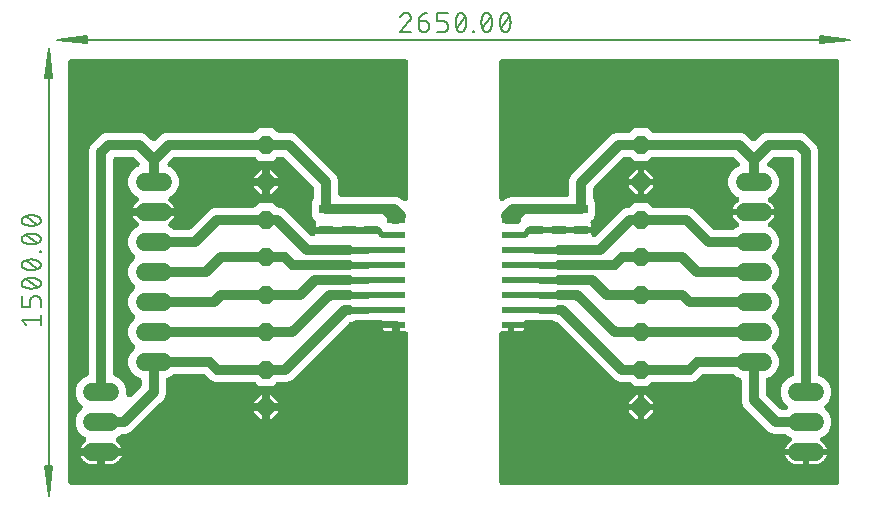
<source format=gbr>
G04 EAGLE Gerber RS-274X export*
G75*
%MOMM*%
%FSLAX34Y34*%
%LPD*%
%INTop Copper*%
%IPPOS*%
%AMOC8*
5,1,8,0,0,1.08239X$1,22.5*%
G01*
%ADD10C,0.130000*%
%ADD11C,0.130000*%
%ADD12C,0.152400*%
%ADD13R,1.200000X0.800000*%
%ADD14C,1.524000*%
%ADD15P,1.649562X8X22.500000*%
%ADD16R,1.650000X0.600000*%
%ADD17C,0.812800*%
%ADD18C,0.609600*%
%ADD19C,0.508000*%
%ADD20C,0.863600*%

G36*
X295351Y10167D02*
X295351Y10167D01*
X295427Y10165D01*
X295596Y10187D01*
X295767Y10201D01*
X295841Y10219D01*
X295916Y10229D01*
X296080Y10278D01*
X296246Y10319D01*
X296315Y10349D01*
X296389Y10371D01*
X296542Y10447D01*
X296699Y10514D01*
X296763Y10555D01*
X296832Y10588D01*
X296971Y10687D01*
X297115Y10779D01*
X297172Y10830D01*
X297234Y10874D01*
X297355Y10994D01*
X297483Y11108D01*
X297531Y11167D01*
X297585Y11221D01*
X297686Y11359D01*
X297793Y11492D01*
X297830Y11558D01*
X297875Y11619D01*
X297952Y11772D01*
X298037Y11920D01*
X298063Y11992D01*
X298098Y12060D01*
X298149Y12223D01*
X298208Y12383D01*
X298223Y12458D01*
X298246Y12530D01*
X298258Y12635D01*
X298303Y12867D01*
X298310Y13103D01*
X298322Y13208D01*
X298322Y137462D01*
X298316Y137538D01*
X298318Y137614D01*
X298296Y137783D01*
X298282Y137954D01*
X298264Y138028D01*
X298254Y138103D01*
X298205Y138267D01*
X298164Y138433D01*
X298134Y138502D01*
X298112Y138576D01*
X298036Y138729D01*
X297969Y138886D01*
X297928Y138950D01*
X297895Y139019D01*
X297796Y139158D01*
X297704Y139302D01*
X297653Y139359D01*
X297609Y139421D01*
X297489Y139542D01*
X297375Y139670D01*
X297316Y139718D01*
X297262Y139772D01*
X297124Y139873D01*
X296991Y139980D01*
X296925Y140017D01*
X296864Y140062D01*
X296711Y140139D01*
X296563Y140224D01*
X296491Y140250D01*
X296423Y140285D01*
X296260Y140336D01*
X296100Y140395D01*
X296025Y140410D01*
X295953Y140433D01*
X295848Y140445D01*
X295616Y140490D01*
X295380Y140497D01*
X295275Y140509D01*
X290847Y140509D01*
X290847Y146050D01*
X290841Y146126D01*
X290844Y146202D01*
X290821Y146371D01*
X290807Y146541D01*
X290789Y146615D01*
X290779Y146691D01*
X290730Y146855D01*
X290689Y147020D01*
X290659Y147090D01*
X290637Y147163D01*
X290562Y147317D01*
X290494Y147474D01*
X290453Y147538D01*
X290420Y147606D01*
X290321Y147746D01*
X290229Y147890D01*
X290178Y147946D01*
X290134Y148009D01*
X290014Y148130D01*
X289900Y148258D01*
X289841Y148306D01*
X289793Y148354D01*
X289787Y148360D01*
X289649Y148461D01*
X289516Y148568D01*
X289450Y148606D01*
X289388Y148650D01*
X289236Y148727D01*
X289087Y148812D01*
X289016Y148838D01*
X288948Y148873D01*
X288785Y148924D01*
X288625Y148984D01*
X288550Y148998D01*
X288477Y149021D01*
X288373Y149033D01*
X288141Y149078D01*
X287905Y149086D01*
X287800Y149097D01*
X276225Y149097D01*
X276176Y149146D01*
X276062Y149274D01*
X276003Y149322D01*
X275949Y149376D01*
X275811Y149477D01*
X275678Y149584D01*
X275612Y149621D01*
X275551Y149666D01*
X275398Y149743D01*
X275250Y149828D01*
X275178Y149854D01*
X275110Y149889D01*
X274947Y149940D01*
X274787Y149999D01*
X274712Y150014D01*
X274640Y150037D01*
X274535Y150049D01*
X274303Y150094D01*
X274067Y150101D01*
X273962Y150113D01*
X267177Y150113D01*
X267167Y150112D01*
X267157Y150113D01*
X266922Y150093D01*
X266685Y150073D01*
X266675Y150071D01*
X266666Y150070D01*
X266627Y150059D01*
X266206Y149955D01*
X266086Y149903D01*
X266010Y149881D01*
X265344Y149605D01*
X253394Y149605D01*
X253384Y149604D01*
X253374Y149605D01*
X253139Y149585D01*
X252902Y149565D01*
X252893Y149563D01*
X252883Y149562D01*
X252845Y149551D01*
X252423Y149447D01*
X252303Y149395D01*
X252228Y149373D01*
X249641Y148302D01*
X249559Y148295D01*
X249449Y148268D01*
X249336Y148250D01*
X249209Y148209D01*
X249081Y148177D01*
X248976Y148132D01*
X248867Y148096D01*
X248749Y148034D01*
X248627Y147982D01*
X248531Y147921D01*
X248430Y147868D01*
X248356Y147809D01*
X248211Y147717D01*
X247969Y147501D01*
X247896Y147443D01*
X199574Y99121D01*
X195747Y97535D01*
X191603Y97535D01*
X191550Y97557D01*
X191541Y97560D01*
X191532Y97565D01*
X191306Y97636D01*
X191081Y97709D01*
X191071Y97710D01*
X191062Y97713D01*
X191022Y97717D01*
X190593Y97782D01*
X190462Y97780D01*
X190384Y97789D01*
X188300Y97789D01*
X188186Y97780D01*
X188072Y97781D01*
X187940Y97760D01*
X187808Y97749D01*
X187697Y97722D01*
X187584Y97704D01*
X187458Y97663D01*
X187329Y97631D01*
X187224Y97586D01*
X187116Y97550D01*
X186998Y97488D01*
X186876Y97436D01*
X186780Y97375D01*
X186678Y97322D01*
X186605Y97263D01*
X186460Y97171D01*
X186218Y96955D01*
X186145Y96897D01*
X183482Y94233D01*
X172118Y94233D01*
X169455Y96897D01*
X169368Y96971D01*
X169288Y97052D01*
X169180Y97130D01*
X169079Y97216D01*
X168981Y97275D01*
X168889Y97342D01*
X168770Y97402D01*
X168656Y97471D01*
X168550Y97513D01*
X168448Y97565D01*
X168322Y97605D01*
X168198Y97654D01*
X168087Y97679D01*
X167978Y97713D01*
X167884Y97723D01*
X167717Y97761D01*
X167392Y97779D01*
X167300Y97789D01*
X134504Y97789D01*
X130769Y99336D01*
X126859Y103247D01*
X126772Y103321D01*
X126692Y103402D01*
X126584Y103480D01*
X126483Y103566D01*
X126385Y103625D01*
X126293Y103692D01*
X126174Y103752D01*
X126060Y103821D01*
X125954Y103863D01*
X125852Y103915D01*
X125725Y103955D01*
X125602Y104004D01*
X125491Y104029D01*
X125382Y104063D01*
X125288Y104073D01*
X125121Y104111D01*
X124796Y104129D01*
X124704Y104139D01*
X100670Y104139D01*
X100556Y104130D01*
X100442Y104131D01*
X100310Y104110D01*
X100178Y104099D01*
X100067Y104072D01*
X99955Y104054D01*
X99828Y104013D01*
X99699Y103981D01*
X99594Y103936D01*
X99486Y103900D01*
X99368Y103838D01*
X99246Y103786D01*
X99150Y103725D01*
X99048Y103672D01*
X98975Y103613D01*
X98830Y103521D01*
X98588Y103305D01*
X98515Y103247D01*
X97940Y102672D01*
X94592Y101285D01*
X94397Y101185D01*
X94201Y101089D01*
X94178Y101073D01*
X94153Y101060D01*
X93977Y100930D01*
X93799Y100804D01*
X93779Y100784D01*
X93756Y100767D01*
X93603Y100610D01*
X93448Y100457D01*
X93431Y100434D01*
X93411Y100414D01*
X93286Y100234D01*
X93158Y100058D01*
X93145Y100033D01*
X93129Y100009D01*
X93034Y99812D01*
X92935Y99618D01*
X92927Y99591D01*
X92914Y99565D01*
X92853Y99355D01*
X92787Y99147D01*
X92784Y99124D01*
X92775Y99092D01*
X92714Y98602D01*
X92717Y98522D01*
X92711Y98469D01*
X92711Y86879D01*
X91164Y83144D01*
X87877Y79858D01*
X66192Y58173D01*
X62906Y54886D01*
X59171Y53339D01*
X56220Y53339D01*
X56106Y53330D01*
X55992Y53331D01*
X55860Y53310D01*
X55728Y53299D01*
X55617Y53272D01*
X55505Y53254D01*
X55378Y53213D01*
X55249Y53181D01*
X55144Y53136D01*
X55036Y53100D01*
X54918Y53038D01*
X54796Y52986D01*
X54700Y52925D01*
X54598Y52872D01*
X54525Y52813D01*
X54380Y52721D01*
X54138Y52505D01*
X54065Y52447D01*
X53490Y51872D01*
X52506Y51464D01*
X52352Y51385D01*
X52194Y51314D01*
X52133Y51273D01*
X52067Y51239D01*
X51927Y51136D01*
X51784Y51040D01*
X51729Y50990D01*
X51670Y50946D01*
X51549Y50822D01*
X51423Y50704D01*
X51377Y50646D01*
X51325Y50593D01*
X51226Y50451D01*
X51120Y50314D01*
X51085Y50249D01*
X51042Y50189D01*
X50967Y50033D01*
X50885Y49881D01*
X50861Y49811D01*
X50828Y49744D01*
X50779Y49578D01*
X50723Y49415D01*
X50710Y49342D01*
X50689Y49271D01*
X50667Y49099D01*
X50638Y48929D01*
X50637Y48855D01*
X50628Y48781D01*
X50634Y48609D01*
X50632Y48436D01*
X50643Y48362D01*
X50646Y48288D01*
X50680Y48119D01*
X50706Y47948D01*
X50729Y47878D01*
X50744Y47805D01*
X50805Y47643D01*
X50858Y47479D01*
X50892Y47413D01*
X50918Y47343D01*
X51005Y47194D01*
X51084Y47040D01*
X51128Y46980D01*
X51165Y46916D01*
X51275Y46782D01*
X51377Y46643D01*
X51420Y46604D01*
X51477Y46534D01*
X51847Y46208D01*
X51868Y46195D01*
X51881Y46183D01*
X52339Y45850D01*
X53470Y44719D01*
X54410Y43425D01*
X55136Y42000D01*
X55413Y41147D01*
X38100Y41147D01*
X20787Y41147D01*
X21064Y42000D01*
X21790Y43425D01*
X22730Y44719D01*
X23861Y45850D01*
X24319Y46183D01*
X24450Y46296D01*
X24587Y46402D01*
X24637Y46456D01*
X24694Y46505D01*
X24805Y46637D01*
X24922Y46764D01*
X24964Y46826D01*
X25011Y46882D01*
X25099Y47030D01*
X25195Y47175D01*
X25226Y47242D01*
X25264Y47306D01*
X25327Y47467D01*
X25398Y47624D01*
X25417Y47696D01*
X25444Y47765D01*
X25481Y47934D01*
X25526Y48101D01*
X25533Y48175D01*
X25549Y48247D01*
X25558Y48420D01*
X25575Y48592D01*
X25570Y48666D01*
X25574Y48740D01*
X25555Y48912D01*
X25544Y49084D01*
X25528Y49156D01*
X25519Y49230D01*
X25473Y49397D01*
X25434Y49565D01*
X25406Y49634D01*
X25386Y49705D01*
X25313Y49862D01*
X25248Y50022D01*
X25210Y50085D01*
X25178Y50153D01*
X25081Y50296D01*
X24991Y50443D01*
X24943Y50499D01*
X24901Y50561D01*
X24782Y50686D01*
X24669Y50817D01*
X24612Y50865D01*
X24561Y50918D01*
X24424Y51023D01*
X24291Y51134D01*
X24240Y51162D01*
X24168Y51217D01*
X23732Y51448D01*
X23709Y51455D01*
X23694Y51464D01*
X22710Y51872D01*
X18852Y55730D01*
X16763Y60772D01*
X16763Y66228D01*
X18852Y71270D01*
X21627Y74045D01*
X21676Y74103D01*
X21732Y74156D01*
X21836Y74291D01*
X21946Y74421D01*
X21986Y74486D01*
X22032Y74547D01*
X22113Y74697D01*
X22201Y74844D01*
X22229Y74915D01*
X22265Y74982D01*
X22321Y75143D01*
X22384Y75302D01*
X22400Y75376D01*
X22425Y75448D01*
X22454Y75617D01*
X22491Y75784D01*
X22495Y75860D01*
X22508Y75935D01*
X22509Y76106D01*
X22518Y76276D01*
X22510Y76352D01*
X22511Y76428D01*
X22484Y76597D01*
X22466Y76767D01*
X22446Y76840D01*
X22434Y76915D01*
X22381Y77078D01*
X22336Y77242D01*
X22304Y77312D01*
X22280Y77384D01*
X22201Y77535D01*
X22130Y77691D01*
X22087Y77754D01*
X22052Y77822D01*
X21986Y77904D01*
X21854Y78100D01*
X21693Y78272D01*
X21627Y78355D01*
X18851Y81130D01*
X16763Y86172D01*
X16763Y91628D01*
X18852Y96670D01*
X22710Y100528D01*
X26058Y101915D01*
X26253Y102015D01*
X26449Y102111D01*
X26472Y102127D01*
X26497Y102140D01*
X26673Y102270D01*
X26851Y102396D01*
X26871Y102416D01*
X26894Y102433D01*
X27047Y102590D01*
X27202Y102743D01*
X27219Y102766D01*
X27239Y102786D01*
X27364Y102966D01*
X27492Y103142D01*
X27505Y103167D01*
X27521Y103191D01*
X27616Y103388D01*
X27715Y103582D01*
X27723Y103609D01*
X27736Y103635D01*
X27797Y103845D01*
X27863Y104053D01*
X27866Y104076D01*
X27875Y104108D01*
X27936Y104598D01*
X27933Y104678D01*
X27939Y104731D01*
X27939Y294121D01*
X29486Y297856D01*
X32773Y301142D01*
X35408Y303777D01*
X38694Y307064D01*
X42429Y308611D01*
X71871Y308611D01*
X75606Y307064D01*
X78892Y303777D01*
X80395Y302274D01*
X80453Y302225D01*
X80505Y302169D01*
X80641Y302065D01*
X80771Y301955D01*
X80837Y301915D01*
X80897Y301869D01*
X81047Y301788D01*
X81194Y301700D01*
X81265Y301672D01*
X81332Y301636D01*
X81493Y301580D01*
X81652Y301517D01*
X81726Y301501D01*
X81798Y301476D01*
X81967Y301447D01*
X82133Y301410D01*
X82210Y301406D01*
X82285Y301393D01*
X82456Y301392D01*
X82626Y301383D01*
X82702Y301391D01*
X82778Y301390D01*
X82947Y301417D01*
X83117Y301435D01*
X83190Y301455D01*
X83265Y301467D01*
X83428Y301520D01*
X83592Y301565D01*
X83662Y301597D01*
X83734Y301621D01*
X83885Y301700D01*
X84041Y301771D01*
X84104Y301814D01*
X84172Y301849D01*
X84254Y301915D01*
X84450Y302047D01*
X84622Y302209D01*
X84705Y302274D01*
X89494Y307064D01*
X93229Y308611D01*
X167300Y308611D01*
X167414Y308620D01*
X167528Y308619D01*
X167660Y308640D01*
X167792Y308651D01*
X167903Y308678D01*
X168016Y308696D01*
X168142Y308737D01*
X168271Y308769D01*
X168376Y308814D01*
X168484Y308850D01*
X168602Y308912D01*
X168724Y308964D01*
X168820Y309025D01*
X168922Y309078D01*
X168995Y309137D01*
X169140Y309229D01*
X169382Y309445D01*
X169455Y309503D01*
X172118Y312167D01*
X183482Y312167D01*
X186145Y309503D01*
X186232Y309429D01*
X186312Y309348D01*
X186420Y309270D01*
X186521Y309184D01*
X186619Y309125D01*
X186711Y309058D01*
X186830Y308998D01*
X186944Y308929D01*
X187050Y308887D01*
X187152Y308835D01*
X187278Y308795D01*
X187402Y308746D01*
X187513Y308721D01*
X187622Y308687D01*
X187716Y308677D01*
X187883Y308639D01*
X188208Y308621D01*
X188300Y308611D01*
X198871Y308611D01*
X202606Y307064D01*
X237214Y272456D01*
X238761Y268721D01*
X238761Y257158D01*
X238767Y257082D01*
X238765Y257006D01*
X238787Y256837D01*
X238801Y256666D01*
X238819Y256592D01*
X238829Y256517D01*
X238878Y256353D01*
X238919Y256187D01*
X238949Y256118D01*
X238971Y256044D01*
X239047Y255891D01*
X239114Y255734D01*
X239155Y255670D01*
X239188Y255601D01*
X239287Y255462D01*
X239379Y255318D01*
X239430Y255261D01*
X239474Y255199D01*
X239594Y255078D01*
X239708Y254950D01*
X239767Y254902D01*
X239821Y254848D01*
X239959Y254747D01*
X240092Y254640D01*
X240158Y254603D01*
X240219Y254558D01*
X240372Y254481D01*
X240520Y254396D01*
X240592Y254370D01*
X240660Y254335D01*
X240823Y254284D01*
X240983Y254225D01*
X241058Y254210D01*
X241130Y254187D01*
X241235Y254175D01*
X241467Y254130D01*
X241703Y254123D01*
X241808Y254111D01*
X288296Y254111D01*
X292031Y252564D01*
X293120Y251474D01*
X293149Y251450D01*
X293175Y251421D01*
X293337Y251290D01*
X293496Y251155D01*
X293529Y251135D01*
X293559Y251111D01*
X293739Y251008D01*
X293919Y250900D01*
X293954Y250886D01*
X293987Y250867D01*
X294183Y250794D01*
X294377Y250717D01*
X294414Y250709D01*
X294450Y250696D01*
X294655Y250655D01*
X294859Y250610D01*
X294897Y250608D01*
X294934Y250601D01*
X295142Y250594D01*
X295351Y250583D01*
X295389Y250587D01*
X295427Y250585D01*
X295634Y250613D01*
X295842Y250635D01*
X295878Y250645D01*
X295916Y250650D01*
X296116Y250710D01*
X296317Y250765D01*
X296352Y250781D01*
X296389Y250792D01*
X296576Y250884D01*
X296766Y250971D01*
X296798Y250993D01*
X296832Y251009D01*
X297002Y251130D01*
X297175Y251247D01*
X297203Y251273D01*
X297234Y251295D01*
X297383Y251442D01*
X297535Y251584D01*
X297558Y251615D01*
X297585Y251641D01*
X297708Y251810D01*
X297835Y251976D01*
X297853Y252009D01*
X297875Y252040D01*
X297969Y252227D01*
X298068Y252411D01*
X298080Y252447D01*
X298098Y252481D01*
X298160Y252680D01*
X298228Y252877D01*
X298234Y252915D01*
X298246Y252951D01*
X298256Y253044D01*
X298311Y253364D01*
X298312Y253536D01*
X298322Y253629D01*
X298322Y367792D01*
X298316Y367868D01*
X298318Y367944D01*
X298296Y368113D01*
X298282Y368284D01*
X298264Y368358D01*
X298254Y368433D01*
X298205Y368597D01*
X298164Y368763D01*
X298134Y368832D01*
X298112Y368906D01*
X298036Y369059D01*
X297969Y369216D01*
X297928Y369280D01*
X297895Y369349D01*
X297796Y369488D01*
X297704Y369632D01*
X297653Y369689D01*
X297609Y369751D01*
X297489Y369872D01*
X297375Y370000D01*
X297316Y370048D01*
X297262Y370102D01*
X297124Y370203D01*
X296991Y370310D01*
X296925Y370347D01*
X296864Y370392D01*
X296711Y370469D01*
X296563Y370554D01*
X296491Y370580D01*
X296423Y370615D01*
X296260Y370666D01*
X296100Y370725D01*
X296025Y370740D01*
X295953Y370763D01*
X295848Y370775D01*
X295616Y370820D01*
X295380Y370827D01*
X295275Y370839D01*
X13208Y370839D01*
X13132Y370833D01*
X13056Y370835D01*
X12887Y370813D01*
X12716Y370799D01*
X12642Y370781D01*
X12567Y370771D01*
X12403Y370722D01*
X12237Y370681D01*
X12168Y370651D01*
X12094Y370629D01*
X11941Y370553D01*
X11784Y370486D01*
X11720Y370445D01*
X11651Y370412D01*
X11512Y370313D01*
X11368Y370221D01*
X11311Y370170D01*
X11249Y370126D01*
X11128Y370006D01*
X11000Y369892D01*
X10952Y369833D01*
X10898Y369779D01*
X10797Y369641D01*
X10690Y369508D01*
X10653Y369442D01*
X10608Y369381D01*
X10531Y369228D01*
X10446Y369080D01*
X10420Y369008D01*
X10385Y368940D01*
X10334Y368777D01*
X10275Y368617D01*
X10260Y368542D01*
X10237Y368470D01*
X10225Y368365D01*
X10180Y368133D01*
X10173Y367897D01*
X10161Y367792D01*
X10161Y13208D01*
X10167Y13132D01*
X10165Y13056D01*
X10187Y12887D01*
X10201Y12716D01*
X10219Y12642D01*
X10229Y12567D01*
X10278Y12403D01*
X10319Y12237D01*
X10349Y12168D01*
X10371Y12094D01*
X10447Y11941D01*
X10514Y11784D01*
X10555Y11720D01*
X10588Y11651D01*
X10687Y11512D01*
X10779Y11368D01*
X10830Y11311D01*
X10874Y11249D01*
X10994Y11128D01*
X11108Y11000D01*
X11167Y10952D01*
X11221Y10898D01*
X11359Y10797D01*
X11492Y10690D01*
X11558Y10653D01*
X11619Y10608D01*
X11772Y10531D01*
X11920Y10446D01*
X11992Y10420D01*
X12060Y10385D01*
X12223Y10334D01*
X12383Y10275D01*
X12458Y10260D01*
X12530Y10237D01*
X12635Y10225D01*
X12867Y10180D01*
X13103Y10173D01*
X13208Y10161D01*
X295275Y10161D01*
X295351Y10167D01*
G37*
G36*
X660435Y10164D02*
X660435Y10164D01*
X660469Y10162D01*
X660658Y10184D01*
X660849Y10201D01*
X660882Y10210D01*
X660916Y10214D01*
X661099Y10269D01*
X661283Y10319D01*
X661314Y10334D01*
X661347Y10344D01*
X661518Y10431D01*
X661690Y10513D01*
X661718Y10533D01*
X661749Y10548D01*
X661901Y10664D01*
X662056Y10775D01*
X662080Y10800D01*
X662107Y10820D01*
X662236Y10961D01*
X662370Y11097D01*
X662389Y11126D01*
X662413Y11152D01*
X662515Y11313D01*
X662622Y11470D01*
X662636Y11502D01*
X662654Y11531D01*
X662727Y11708D01*
X662804Y11882D01*
X662812Y11916D01*
X662825Y11948D01*
X662865Y12135D01*
X662911Y12320D01*
X662913Y12354D01*
X662920Y12388D01*
X662939Y12700D01*
X662939Y368300D01*
X662936Y368335D01*
X662938Y368369D01*
X662916Y368558D01*
X662899Y368749D01*
X662890Y368782D01*
X662886Y368816D01*
X662831Y368999D01*
X662781Y369183D01*
X662766Y369214D01*
X662756Y369247D01*
X662669Y369418D01*
X662587Y369590D01*
X662567Y369618D01*
X662552Y369649D01*
X662436Y369801D01*
X662325Y369956D01*
X662300Y369980D01*
X662280Y370007D01*
X662140Y370136D01*
X662003Y370270D01*
X661974Y370289D01*
X661948Y370313D01*
X661787Y370415D01*
X661630Y370522D01*
X661598Y370536D01*
X661569Y370554D01*
X661392Y370627D01*
X661218Y370704D01*
X661184Y370712D01*
X661152Y370725D01*
X660965Y370765D01*
X660780Y370811D01*
X660746Y370813D01*
X660712Y370820D01*
X660400Y370839D01*
X377825Y370839D01*
X377791Y370836D01*
X377756Y370838D01*
X377567Y370816D01*
X377377Y370799D01*
X377343Y370790D01*
X377309Y370786D01*
X377126Y370731D01*
X376942Y370681D01*
X376911Y370666D01*
X376878Y370656D01*
X376707Y370569D01*
X376536Y370487D01*
X376507Y370467D01*
X376476Y370452D01*
X376324Y370336D01*
X376169Y370225D01*
X376145Y370200D01*
X376118Y370180D01*
X375989Y370040D01*
X375855Y369903D01*
X375836Y369874D01*
X375813Y369848D01*
X375710Y369687D01*
X375603Y369530D01*
X375589Y369498D01*
X375571Y369469D01*
X375498Y369292D01*
X375421Y369118D01*
X375413Y369084D01*
X375400Y369052D01*
X375360Y368865D01*
X375314Y368680D01*
X375312Y368646D01*
X375305Y368612D01*
X375286Y368300D01*
X375286Y252910D01*
X375297Y252781D01*
X375299Y252651D01*
X375317Y252557D01*
X375326Y252462D01*
X375360Y252336D01*
X375385Y252209D01*
X375419Y252120D01*
X375444Y252028D01*
X375500Y251910D01*
X375547Y251789D01*
X375597Y251707D01*
X375638Y251621D01*
X375713Y251515D01*
X375781Y251404D01*
X375844Y251333D01*
X375900Y251255D01*
X375993Y251164D01*
X376079Y251067D01*
X376154Y251007D01*
X376222Y250941D01*
X376330Y250868D01*
X376432Y250787D01*
X376516Y250742D01*
X376595Y250689D01*
X376714Y250636D01*
X376829Y250575D01*
X376920Y250545D01*
X377007Y250507D01*
X377133Y250476D01*
X377257Y250436D01*
X377352Y250422D01*
X377445Y250400D01*
X377574Y250392D01*
X377703Y250374D01*
X377799Y250378D01*
X377894Y250372D01*
X378023Y250387D01*
X378153Y250393D01*
X378246Y250413D01*
X378341Y250424D01*
X378466Y250462D01*
X378593Y250490D01*
X378681Y250527D01*
X378772Y250555D01*
X378888Y250614D01*
X379008Y250664D01*
X379088Y250716D01*
X379174Y250759D01*
X379277Y250837D01*
X379386Y250908D01*
X379484Y250994D01*
X379532Y251031D01*
X379563Y251064D01*
X379621Y251115D01*
X381069Y252564D01*
X384804Y254111D01*
X431800Y254111D01*
X431835Y254114D01*
X431869Y254112D01*
X432058Y254134D01*
X432249Y254151D01*
X432282Y254160D01*
X432316Y254164D01*
X432499Y254219D01*
X432683Y254269D01*
X432714Y254284D01*
X432747Y254294D01*
X432918Y254381D01*
X433090Y254463D01*
X433118Y254483D01*
X433149Y254498D01*
X433301Y254614D01*
X433456Y254725D01*
X433480Y254750D01*
X433507Y254770D01*
X433636Y254910D01*
X433770Y255047D01*
X433789Y255076D01*
X433813Y255102D01*
X433915Y255263D01*
X434022Y255420D01*
X434036Y255452D01*
X434054Y255481D01*
X434127Y255658D01*
X434204Y255832D01*
X434212Y255866D01*
X434225Y255898D01*
X434265Y256085D01*
X434311Y256270D01*
X434313Y256304D01*
X434320Y256338D01*
X434339Y256650D01*
X434339Y268196D01*
X435886Y271931D01*
X471019Y307064D01*
X474754Y308611D01*
X485011Y308611D01*
X485174Y308625D01*
X485339Y308632D01*
X485398Y308645D01*
X485459Y308651D01*
X485618Y308694D01*
X485778Y308730D01*
X485835Y308753D01*
X485893Y308769D01*
X486042Y308840D01*
X486194Y308903D01*
X486245Y308936D01*
X486300Y308963D01*
X486434Y309058D01*
X486572Y309148D01*
X486630Y309199D01*
X486666Y309225D01*
X486709Y309268D01*
X486806Y309354D01*
X489618Y312167D01*
X500982Y312167D01*
X503794Y309354D01*
X503920Y309249D01*
X504041Y309137D01*
X504092Y309105D01*
X504139Y309066D01*
X504282Y308984D01*
X504421Y308896D01*
X504477Y308872D01*
X504530Y308842D01*
X504685Y308787D01*
X504837Y308725D01*
X504897Y308712D01*
X504955Y308691D01*
X505117Y308665D01*
X505278Y308630D01*
X505354Y308625D01*
X505399Y308618D01*
X505460Y308619D01*
X505589Y308611D01*
X579871Y308611D01*
X583606Y307064D01*
X588754Y301915D01*
X588781Y301893D01*
X588804Y301867D01*
X588953Y301749D01*
X589100Y301626D01*
X589130Y301609D01*
X589157Y301587D01*
X589325Y301497D01*
X589491Y301403D01*
X589523Y301391D01*
X589554Y301375D01*
X589735Y301316D01*
X589915Y301252D01*
X589949Y301246D01*
X589982Y301236D01*
X590171Y301210D01*
X590359Y301178D01*
X590394Y301179D01*
X590428Y301174D01*
X590619Y301182D01*
X590809Y301185D01*
X590844Y301191D01*
X590878Y301193D01*
X591064Y301234D01*
X591252Y301270D01*
X591284Y301283D01*
X591318Y301290D01*
X591494Y301364D01*
X591672Y301432D01*
X591701Y301450D01*
X591733Y301464D01*
X591893Y301567D01*
X592056Y301666D01*
X592082Y301689D01*
X592111Y301708D01*
X592346Y301915D01*
X597494Y307064D01*
X601229Y308611D01*
X630671Y308611D01*
X634406Y307064D01*
X643614Y297856D01*
X645161Y294121D01*
X645161Y104391D01*
X645180Y104180D01*
X645196Y103969D01*
X645199Y103956D01*
X645201Y103943D01*
X645257Y103737D01*
X645310Y103533D01*
X645316Y103521D01*
X645319Y103508D01*
X645410Y103318D01*
X645499Y103124D01*
X645507Y103113D01*
X645513Y103102D01*
X645635Y102930D01*
X645758Y102756D01*
X645767Y102746D01*
X645775Y102736D01*
X645927Y102588D01*
X646077Y102438D01*
X646088Y102431D01*
X646097Y102422D01*
X646272Y102303D01*
X646447Y102182D01*
X646462Y102175D01*
X646470Y102169D01*
X646506Y102153D01*
X646728Y102045D01*
X650390Y100529D01*
X654249Y96670D01*
X656337Y91628D01*
X656337Y86172D01*
X654248Y81130D01*
X651114Y77996D01*
X651092Y77969D01*
X651066Y77946D01*
X650947Y77796D01*
X650825Y77650D01*
X650808Y77620D01*
X650786Y77593D01*
X650696Y77425D01*
X650602Y77259D01*
X650590Y77227D01*
X650574Y77196D01*
X650515Y77015D01*
X650451Y76835D01*
X650445Y76801D01*
X650435Y76768D01*
X650408Y76579D01*
X650377Y76391D01*
X650378Y76356D01*
X650373Y76322D01*
X650381Y76131D01*
X650383Y75941D01*
X650390Y75906D01*
X650391Y75872D01*
X650433Y75686D01*
X650469Y75498D01*
X650482Y75466D01*
X650489Y75432D01*
X650563Y75256D01*
X650631Y75078D01*
X650649Y75049D01*
X650663Y75017D01*
X650758Y74869D01*
X650777Y74833D01*
X650797Y74806D01*
X650865Y74694D01*
X650888Y74668D01*
X650907Y74639D01*
X651025Y74505D01*
X651049Y74474D01*
X651070Y74454D01*
X651114Y74404D01*
X654249Y71270D01*
X656337Y66228D01*
X656337Y60772D01*
X654249Y55730D01*
X650390Y51871D01*
X648568Y51117D01*
X648518Y51091D01*
X648465Y51071D01*
X648318Y50986D01*
X648169Y50908D01*
X648124Y50874D01*
X648075Y50845D01*
X647946Y50736D01*
X647813Y50632D01*
X647775Y50591D01*
X647732Y50554D01*
X647624Y50424D01*
X647511Y50298D01*
X647481Y50250D01*
X647445Y50207D01*
X647362Y50059D01*
X647273Y49916D01*
X647252Y49864D01*
X647225Y49814D01*
X647169Y49655D01*
X647106Y49498D01*
X647095Y49442D01*
X647077Y49389D01*
X647050Y49222D01*
X647016Y49056D01*
X647015Y49000D01*
X647006Y48944D01*
X647010Y48775D01*
X647006Y48606D01*
X647014Y48551D01*
X647015Y48494D01*
X647048Y48329D01*
X647074Y48161D01*
X647093Y48108D01*
X647104Y48053D01*
X647166Y47896D01*
X647221Y47736D01*
X647248Y47686D01*
X647269Y47634D01*
X647358Y47490D01*
X647440Y47342D01*
X647476Y47299D01*
X647505Y47251D01*
X647618Y47125D01*
X647725Y46994D01*
X647768Y46957D01*
X647806Y46915D01*
X648047Y46716D01*
X649239Y45850D01*
X650370Y44719D01*
X651310Y43425D01*
X652036Y42000D01*
X652479Y40639D01*
X635000Y40639D01*
X617521Y40639D01*
X617964Y42000D01*
X618690Y43425D01*
X619630Y44719D01*
X620761Y45850D01*
X621953Y46716D01*
X621996Y46754D01*
X622043Y46785D01*
X622165Y46901D01*
X622292Y47012D01*
X622328Y47056D01*
X622369Y47095D01*
X622468Y47231D01*
X622574Y47364D01*
X622601Y47413D01*
X622634Y47459D01*
X622708Y47610D01*
X622790Y47759D01*
X622807Y47813D01*
X622832Y47863D01*
X622878Y48026D01*
X622932Y48186D01*
X622940Y48242D01*
X622955Y48296D01*
X622972Y48465D01*
X622996Y48632D01*
X622994Y48688D01*
X623000Y48744D01*
X622986Y48913D01*
X622981Y49082D01*
X622969Y49137D01*
X622964Y49193D01*
X622922Y49357D01*
X622886Y49522D01*
X622865Y49574D01*
X622850Y49629D01*
X622779Y49782D01*
X622715Y49939D01*
X622685Y49986D01*
X622661Y50038D01*
X622564Y50176D01*
X622473Y50319D01*
X622435Y50360D01*
X622403Y50406D01*
X622283Y50525D01*
X622168Y50650D01*
X622123Y50684D01*
X622084Y50724D01*
X621944Y50820D01*
X621810Y50922D01*
X621760Y50947D01*
X621713Y50980D01*
X621432Y51117D01*
X619610Y51871D01*
X618886Y52596D01*
X618760Y52701D01*
X618639Y52813D01*
X618588Y52845D01*
X618541Y52884D01*
X618398Y52966D01*
X618259Y53054D01*
X618203Y53078D01*
X618150Y53108D01*
X617995Y53163D01*
X617843Y53225D01*
X617783Y53238D01*
X617725Y53259D01*
X617563Y53285D01*
X617402Y53320D01*
X617325Y53325D01*
X617281Y53332D01*
X617220Y53331D01*
X617091Y53339D01*
X607579Y53339D01*
X603844Y54886D01*
X600629Y58101D01*
X600629Y58102D01*
X581936Y76794D01*
X580389Y80529D01*
X580389Y98809D01*
X580370Y99020D01*
X580354Y99231D01*
X580351Y99244D01*
X580349Y99257D01*
X580293Y99463D01*
X580240Y99667D01*
X580234Y99679D01*
X580231Y99692D01*
X580140Y99882D01*
X580051Y100076D01*
X580043Y100087D01*
X580037Y100098D01*
X579915Y100269D01*
X579792Y100444D01*
X579783Y100454D01*
X579775Y100464D01*
X579624Y100612D01*
X579473Y100762D01*
X579462Y100769D01*
X579453Y100778D01*
X579278Y100897D01*
X579103Y101018D01*
X579088Y101025D01*
X579080Y101031D01*
X579044Y101047D01*
X578822Y101155D01*
X575160Y102672D01*
X574436Y103396D01*
X574310Y103501D01*
X574189Y103613D01*
X574137Y103645D01*
X574091Y103684D01*
X573948Y103766D01*
X573809Y103854D01*
X573753Y103878D01*
X573700Y103908D01*
X573545Y103963D01*
X573393Y104025D01*
X573333Y104038D01*
X573276Y104059D01*
X573114Y104085D01*
X572952Y104120D01*
X572875Y104125D01*
X572831Y104132D01*
X572771Y104131D01*
X572641Y104139D01*
X548186Y104139D01*
X548022Y104125D01*
X547857Y104118D01*
X547798Y104105D01*
X547737Y104099D01*
X547578Y104056D01*
X547418Y104020D01*
X547361Y103997D01*
X547303Y103981D01*
X547155Y103910D01*
X547002Y103847D01*
X546951Y103814D01*
X546896Y103787D01*
X546763Y103692D01*
X546624Y103602D01*
X546566Y103551D01*
X546530Y103525D01*
X546506Y103501D01*
X546504Y103499D01*
X546482Y103477D01*
X546390Y103396D01*
X542331Y99336D01*
X538596Y97789D01*
X505589Y97789D01*
X505426Y97775D01*
X505261Y97768D01*
X505202Y97755D01*
X505141Y97749D01*
X504982Y97706D01*
X504822Y97670D01*
X504765Y97647D01*
X504707Y97631D01*
X504558Y97560D01*
X504406Y97497D01*
X504355Y97464D01*
X504300Y97437D01*
X504166Y97342D01*
X504028Y97252D01*
X503970Y97201D01*
X503934Y97175D01*
X503891Y97132D01*
X503794Y97046D01*
X500982Y94233D01*
X489618Y94233D01*
X486806Y97046D01*
X486680Y97151D01*
X486559Y97263D01*
X486507Y97295D01*
X486461Y97334D01*
X486318Y97416D01*
X486179Y97504D01*
X486123Y97528D01*
X486070Y97558D01*
X485915Y97613D01*
X485763Y97675D01*
X485703Y97688D01*
X485646Y97709D01*
X485483Y97735D01*
X485322Y97770D01*
X485245Y97775D01*
X485201Y97782D01*
X485141Y97781D01*
X485011Y97789D01*
X477404Y97789D01*
X473669Y99336D01*
X470454Y102551D01*
X470454Y102552D01*
X425160Y147846D01*
X425034Y147951D01*
X424913Y148063D01*
X424861Y148095D01*
X424815Y148134D01*
X424672Y148216D01*
X424533Y148304D01*
X424477Y148328D01*
X424424Y148358D01*
X424269Y148413D01*
X424117Y148475D01*
X424057Y148488D01*
X423999Y148509D01*
X423837Y148535D01*
X423676Y148570D01*
X423599Y148575D01*
X423555Y148582D01*
X423494Y148581D01*
X423440Y148585D01*
X421443Y149412D01*
X421331Y149447D01*
X421223Y149491D01*
X421117Y149514D01*
X421013Y149547D01*
X420897Y149561D01*
X420783Y149586D01*
X420629Y149596D01*
X420566Y149603D01*
X420530Y149602D01*
X420471Y149605D01*
X407756Y149605D01*
X406996Y149920D01*
X406885Y149955D01*
X406777Y149999D01*
X406670Y150022D01*
X406567Y150055D01*
X406451Y150069D01*
X406336Y150094D01*
X406183Y150104D01*
X406120Y150111D01*
X406084Y150110D01*
X406024Y150113D01*
X398630Y150113D01*
X398595Y150110D01*
X398561Y150112D01*
X398372Y150090D01*
X398181Y150073D01*
X398148Y150064D01*
X398114Y150060D01*
X397931Y150005D01*
X397747Y149955D01*
X397716Y149940D01*
X397683Y149930D01*
X397512Y149843D01*
X397340Y149761D01*
X397312Y149741D01*
X397281Y149726D01*
X397129Y149610D01*
X396974Y149499D01*
X396950Y149474D01*
X396923Y149454D01*
X396794Y149314D01*
X396660Y149177D01*
X396641Y149148D01*
X396617Y149122D01*
X396515Y148961D01*
X396408Y148804D01*
X396394Y148772D01*
X396376Y148743D01*
X396313Y148589D01*
X385300Y148589D01*
X385266Y148586D01*
X385231Y148588D01*
X385042Y148566D01*
X384852Y148549D01*
X384818Y148540D01*
X384784Y148536D01*
X384601Y148481D01*
X384417Y148431D01*
X384386Y148416D01*
X384353Y148406D01*
X384182Y148319D01*
X384011Y148238D01*
X383983Y148217D01*
X383952Y148202D01*
X383800Y148086D01*
X383645Y147975D01*
X383644Y147975D01*
X383620Y147950D01*
X383593Y147930D01*
X383593Y147929D01*
X383592Y147929D01*
X383463Y147789D01*
X383330Y147652D01*
X383311Y147624D01*
X383287Y147598D01*
X383185Y147437D01*
X383078Y147279D01*
X383064Y147248D01*
X383045Y147218D01*
X382973Y147042D01*
X382896Y146867D01*
X382888Y146834D01*
X382875Y146802D01*
X382834Y146615D01*
X382789Y146430D01*
X382787Y146396D01*
X382780Y146362D01*
X382761Y146050D01*
X382761Y140509D01*
X377825Y140509D01*
X377791Y140506D01*
X377756Y140508D01*
X377567Y140486D01*
X377377Y140469D01*
X377343Y140460D01*
X377309Y140456D01*
X377126Y140401D01*
X376942Y140351D01*
X376911Y140336D01*
X376878Y140326D01*
X376707Y140239D01*
X376536Y140157D01*
X376507Y140137D01*
X376476Y140122D01*
X376324Y140006D01*
X376169Y139895D01*
X376145Y139870D01*
X376118Y139850D01*
X375989Y139710D01*
X375855Y139573D01*
X375836Y139544D01*
X375813Y139518D01*
X375710Y139357D01*
X375603Y139200D01*
X375589Y139168D01*
X375571Y139139D01*
X375498Y138962D01*
X375421Y138788D01*
X375413Y138754D01*
X375400Y138722D01*
X375360Y138535D01*
X375314Y138350D01*
X375312Y138316D01*
X375305Y138282D01*
X375286Y137970D01*
X375286Y12700D01*
X375289Y12666D01*
X375287Y12631D01*
X375309Y12442D01*
X375326Y12252D01*
X375335Y12218D01*
X375339Y12184D01*
X375394Y12001D01*
X375444Y11817D01*
X375459Y11786D01*
X375469Y11753D01*
X375556Y11582D01*
X375638Y11411D01*
X375658Y11382D01*
X375673Y11351D01*
X375789Y11199D01*
X375900Y11044D01*
X375925Y11020D01*
X375945Y10993D01*
X376086Y10864D01*
X376222Y10730D01*
X376251Y10711D01*
X376277Y10688D01*
X376438Y10585D01*
X376595Y10478D01*
X376627Y10464D01*
X376656Y10446D01*
X376833Y10373D01*
X377007Y10296D01*
X377041Y10288D01*
X377073Y10275D01*
X377260Y10235D01*
X377445Y10189D01*
X377479Y10187D01*
X377513Y10180D01*
X377825Y10161D01*
X660400Y10161D01*
X660435Y10164D01*
G37*
G36*
X617221Y73672D02*
X617221Y73672D01*
X617350Y73674D01*
X617384Y73681D01*
X617419Y73682D01*
X617478Y73695D01*
X617539Y73701D01*
X617665Y73735D01*
X617792Y73760D01*
X617824Y73772D01*
X617858Y73780D01*
X617915Y73803D01*
X617973Y73819D01*
X618091Y73875D01*
X618212Y73922D01*
X618242Y73940D01*
X618274Y73953D01*
X618325Y73986D01*
X618380Y74013D01*
X618486Y74088D01*
X618597Y74156D01*
X618623Y74179D01*
X618652Y74198D01*
X618710Y74249D01*
X618746Y74275D01*
X618789Y74318D01*
X618886Y74404D01*
X618908Y74431D01*
X618934Y74454D01*
X618994Y74529D01*
X619060Y74597D01*
X619114Y74676D01*
X619175Y74750D01*
X619192Y74780D01*
X619214Y74807D01*
X619259Y74891D01*
X619312Y74970D01*
X619351Y75058D01*
X619398Y75141D01*
X619410Y75173D01*
X619426Y75204D01*
X619456Y75295D01*
X619494Y75382D01*
X619517Y75475D01*
X619549Y75565D01*
X619555Y75599D01*
X619565Y75632D01*
X619579Y75727D01*
X619601Y75820D01*
X619607Y75915D01*
X619623Y76009D01*
X619622Y76044D01*
X619627Y76078D01*
X619623Y76174D01*
X619629Y76269D01*
X619618Y76364D01*
X619617Y76460D01*
X619610Y76494D01*
X619609Y76528D01*
X619588Y76622D01*
X619577Y76716D01*
X619549Y76807D01*
X619531Y76902D01*
X619518Y76934D01*
X619511Y76968D01*
X619474Y77056D01*
X619446Y77147D01*
X619403Y77232D01*
X619369Y77322D01*
X619351Y77351D01*
X619337Y77383D01*
X619285Y77464D01*
X619242Y77549D01*
X619185Y77624D01*
X619135Y77706D01*
X619112Y77732D01*
X619093Y77761D01*
X619007Y77859D01*
X618970Y77907D01*
X618937Y77937D01*
X618886Y77996D01*
X615752Y81130D01*
X613663Y86172D01*
X613663Y91628D01*
X615751Y96670D01*
X619610Y100529D01*
X623272Y102045D01*
X623460Y102144D01*
X623649Y102240D01*
X623659Y102248D01*
X623671Y102254D01*
X623840Y102384D01*
X624007Y102512D01*
X624016Y102521D01*
X624027Y102529D01*
X624169Y102687D01*
X624313Y102843D01*
X624320Y102854D01*
X624328Y102864D01*
X624440Y103042D01*
X624554Y103222D01*
X624559Y103235D01*
X624566Y103246D01*
X624645Y103443D01*
X624725Y103639D01*
X624728Y103652D01*
X624733Y103664D01*
X624776Y103873D01*
X624820Y104079D01*
X624821Y104095D01*
X624823Y104105D01*
X624824Y104145D01*
X624839Y104391D01*
X624839Y285750D01*
X624836Y285785D01*
X624838Y285819D01*
X624816Y286008D01*
X624799Y286199D01*
X624790Y286232D01*
X624786Y286266D01*
X624731Y286449D01*
X624681Y286633D01*
X624666Y286664D01*
X624656Y286697D01*
X624569Y286868D01*
X624487Y287040D01*
X624467Y287068D01*
X624452Y287099D01*
X624336Y287251D01*
X624225Y287406D01*
X624200Y287430D01*
X624180Y287457D01*
X624040Y287586D01*
X623903Y287720D01*
X623874Y287739D01*
X623848Y287763D01*
X623687Y287865D01*
X623530Y287972D01*
X623498Y287986D01*
X623469Y288004D01*
X623292Y288077D01*
X623118Y288154D01*
X623084Y288162D01*
X623052Y288175D01*
X622865Y288215D01*
X622680Y288261D01*
X622646Y288263D01*
X622612Y288270D01*
X622300Y288289D01*
X608511Y288289D01*
X608347Y288275D01*
X608182Y288268D01*
X608123Y288255D01*
X608062Y288249D01*
X607903Y288206D01*
X607743Y288170D01*
X607686Y288147D01*
X607628Y288131D01*
X607480Y288060D01*
X607327Y287997D01*
X607276Y287964D01*
X607221Y287937D01*
X607088Y287842D01*
X606949Y287752D01*
X606891Y287701D01*
X606855Y287675D01*
X606812Y287632D01*
X606715Y287546D01*
X602658Y283488D01*
X602605Y283425D01*
X602545Y283368D01*
X602461Y283253D01*
X602369Y283143D01*
X602328Y283071D01*
X602279Y283005D01*
X602216Y282876D01*
X602145Y282752D01*
X602118Y282674D01*
X602082Y282600D01*
X602043Y282463D01*
X601995Y282328D01*
X601981Y282246D01*
X601959Y282167D01*
X601945Y282025D01*
X601921Y281883D01*
X601922Y281801D01*
X601914Y281719D01*
X601925Y281576D01*
X601927Y281433D01*
X601943Y281352D01*
X601949Y281270D01*
X601986Y281132D01*
X602013Y280991D01*
X602043Y280914D01*
X602063Y280835D01*
X602123Y280705D01*
X602175Y280571D01*
X602218Y280501D01*
X602253Y280426D01*
X602335Y280309D01*
X602409Y280186D01*
X602464Y280125D01*
X602511Y280057D01*
X602613Y279956D01*
X602707Y279849D01*
X602772Y279798D01*
X602830Y279740D01*
X602948Y279658D01*
X603060Y279570D01*
X603133Y279531D01*
X603201Y279484D01*
X603422Y279376D01*
X603457Y279357D01*
X603467Y279354D01*
X603482Y279347D01*
X605940Y278329D01*
X609799Y274470D01*
X611887Y269428D01*
X611887Y263972D01*
X609799Y258930D01*
X605940Y255071D01*
X604118Y254317D01*
X604068Y254291D01*
X604015Y254271D01*
X603868Y254186D01*
X603719Y254108D01*
X603674Y254074D01*
X603625Y254045D01*
X603496Y253936D01*
X603363Y253832D01*
X603325Y253791D01*
X603282Y253754D01*
X603174Y253624D01*
X603061Y253498D01*
X603031Y253450D01*
X602995Y253407D01*
X602912Y253259D01*
X602823Y253116D01*
X602802Y253064D01*
X602775Y253014D01*
X602719Y252855D01*
X602656Y252698D01*
X602645Y252642D01*
X602627Y252589D01*
X602600Y252422D01*
X602566Y252256D01*
X602565Y252200D01*
X602556Y252144D01*
X602560Y251975D01*
X602556Y251806D01*
X602564Y251751D01*
X602565Y251694D01*
X602598Y251529D01*
X602624Y251361D01*
X602643Y251308D01*
X602654Y251253D01*
X602716Y251096D01*
X602771Y250936D01*
X602798Y250886D01*
X602819Y250834D01*
X602908Y250690D01*
X602990Y250542D01*
X603026Y250499D01*
X603055Y250451D01*
X603168Y250325D01*
X603275Y250194D01*
X603318Y250157D01*
X603356Y250115D01*
X603597Y249916D01*
X604789Y249050D01*
X605920Y247919D01*
X606860Y246625D01*
X607586Y245200D01*
X608029Y243839D01*
X590550Y243839D01*
X573071Y243839D01*
X573514Y245200D01*
X574240Y246625D01*
X575180Y247919D01*
X576311Y249050D01*
X577503Y249916D01*
X577546Y249954D01*
X577593Y249985D01*
X577715Y250101D01*
X577842Y250212D01*
X577878Y250256D01*
X577919Y250295D01*
X578018Y250431D01*
X578124Y250564D01*
X578151Y250613D01*
X578184Y250659D01*
X578258Y250810D01*
X578340Y250959D01*
X578357Y251013D01*
X578382Y251063D01*
X578428Y251226D01*
X578482Y251386D01*
X578490Y251442D01*
X578505Y251496D01*
X578522Y251665D01*
X578546Y251832D01*
X578544Y251888D01*
X578550Y251944D01*
X578536Y252113D01*
X578531Y252282D01*
X578519Y252337D01*
X578514Y252393D01*
X578472Y252557D01*
X578436Y252722D01*
X578415Y252774D01*
X578400Y252829D01*
X578329Y252982D01*
X578265Y253139D01*
X578235Y253186D01*
X578211Y253238D01*
X578114Y253376D01*
X578023Y253519D01*
X577985Y253560D01*
X577953Y253606D01*
X577833Y253725D01*
X577718Y253850D01*
X577673Y253884D01*
X577634Y253924D01*
X577494Y254020D01*
X577360Y254122D01*
X577310Y254147D01*
X577263Y254180D01*
X576982Y254317D01*
X575160Y255071D01*
X571301Y258930D01*
X569213Y263972D01*
X569213Y269428D01*
X571301Y274470D01*
X575160Y278329D01*
X577618Y279347D01*
X577691Y279385D01*
X577768Y279415D01*
X577891Y279489D01*
X578018Y279555D01*
X578083Y279606D01*
X578153Y279649D01*
X578260Y279743D01*
X578374Y279831D01*
X578429Y279892D01*
X578490Y279947D01*
X578579Y280059D01*
X578675Y280165D01*
X578719Y280235D01*
X578770Y280300D01*
X578837Y280426D01*
X578913Y280548D01*
X578944Y280624D01*
X578983Y280697D01*
X579027Y280833D01*
X579080Y280966D01*
X579096Y281047D01*
X579122Y281125D01*
X579141Y281267D01*
X579170Y281407D01*
X579172Y281489D01*
X579183Y281571D01*
X579177Y281714D01*
X579181Y281857D01*
X579168Y281939D01*
X579165Y282021D01*
X579134Y282161D01*
X579112Y282302D01*
X579085Y282380D01*
X579067Y282460D01*
X579012Y282593D01*
X578965Y282728D01*
X578925Y282800D01*
X578894Y282876D01*
X578816Y282996D01*
X578746Y283121D01*
X578694Y283185D01*
X578649Y283254D01*
X578486Y283439D01*
X578461Y283469D01*
X578453Y283476D01*
X578442Y283488D01*
X574385Y287546D01*
X574259Y287651D01*
X574138Y287763D01*
X574086Y287795D01*
X574040Y287834D01*
X573897Y287916D01*
X573758Y288004D01*
X573702Y288028D01*
X573649Y288058D01*
X573494Y288113D01*
X573342Y288175D01*
X573282Y288188D01*
X573224Y288209D01*
X573062Y288235D01*
X572901Y288270D01*
X572824Y288275D01*
X572780Y288282D01*
X572719Y288281D01*
X572589Y288289D01*
X505589Y288289D01*
X505426Y288275D01*
X505261Y288268D01*
X505202Y288255D01*
X505141Y288249D01*
X504982Y288206D01*
X504822Y288170D01*
X504765Y288147D01*
X504707Y288131D01*
X504558Y288060D01*
X504406Y287997D01*
X504355Y287964D01*
X504300Y287937D01*
X504166Y287842D01*
X504028Y287752D01*
X503970Y287701D01*
X503934Y287675D01*
X503891Y287632D01*
X503794Y287546D01*
X500982Y284733D01*
X489618Y284733D01*
X486806Y287546D01*
X486680Y287651D01*
X486559Y287763D01*
X486508Y287795D01*
X486461Y287834D01*
X486318Y287916D01*
X486179Y288004D01*
X486123Y288028D01*
X486070Y288058D01*
X485915Y288113D01*
X485763Y288175D01*
X485703Y288188D01*
X485645Y288209D01*
X485483Y288235D01*
X485322Y288270D01*
X485246Y288275D01*
X485201Y288282D01*
X485140Y288281D01*
X485011Y288289D01*
X482036Y288289D01*
X481872Y288275D01*
X481707Y288268D01*
X481648Y288255D01*
X481587Y288249D01*
X481428Y288206D01*
X481268Y288170D01*
X481211Y288147D01*
X481153Y288131D01*
X481005Y288060D01*
X480852Y287997D01*
X480801Y287964D01*
X480746Y287937D01*
X480613Y287842D01*
X480474Y287752D01*
X480416Y287701D01*
X480380Y287675D01*
X480337Y287632D01*
X480240Y287546D01*
X455404Y262710D01*
X455299Y262584D01*
X455187Y262463D01*
X455155Y262411D01*
X455116Y262365D01*
X455034Y262222D01*
X454946Y262083D01*
X454922Y262027D01*
X454892Y261974D01*
X454837Y261819D01*
X454775Y261667D01*
X454762Y261607D01*
X454741Y261549D01*
X454715Y261387D01*
X454680Y261226D01*
X454675Y261149D01*
X454668Y261105D01*
X454669Y261044D01*
X454661Y260914D01*
X454661Y253463D01*
X454675Y253299D01*
X454682Y253135D01*
X454695Y253076D01*
X454701Y253015D01*
X454744Y252856D01*
X454780Y252695D01*
X454803Y252639D01*
X454819Y252580D01*
X454890Y252432D01*
X454953Y252280D01*
X454986Y252229D01*
X455013Y252174D01*
X455108Y252040D01*
X455198Y251902D01*
X455249Y251844D01*
X455275Y251808D01*
X455318Y251765D01*
X455405Y251668D01*
X455669Y251404D01*
X456597Y249163D01*
X456597Y238737D01*
X455669Y236496D01*
X453952Y234780D01*
X453780Y234690D01*
X453601Y234601D01*
X453581Y234586D01*
X453559Y234575D01*
X453401Y234452D01*
X453239Y234332D01*
X453223Y234314D01*
X453203Y234299D01*
X453069Y234150D01*
X452931Y234004D01*
X452918Y233983D01*
X452901Y233965D01*
X452795Y233794D01*
X452686Y233626D01*
X452677Y233604D01*
X452663Y233583D01*
X452589Y233396D01*
X452511Y233211D01*
X452506Y233187D01*
X452497Y233164D01*
X452457Y232967D01*
X452413Y232772D01*
X452412Y232747D01*
X452407Y232723D01*
X452402Y232522D01*
X452393Y232322D01*
X452396Y232298D01*
X452396Y232273D01*
X452427Y232074D01*
X452453Y231876D01*
X452461Y231852D01*
X452465Y231828D01*
X452530Y231638D01*
X452591Y231447D01*
X452605Y231421D01*
X452611Y231402D01*
X452638Y231354D01*
X452731Y231168D01*
X452868Y230931D01*
X453041Y230285D01*
X453041Y228489D01*
X444500Y228489D01*
X425450Y228489D01*
X406400Y228489D01*
X399763Y228489D01*
X399659Y228480D01*
X399555Y228481D01*
X399436Y228460D01*
X399315Y228449D01*
X399214Y228422D01*
X399112Y228404D01*
X398997Y228363D01*
X398880Y228331D01*
X398786Y228286D01*
X398688Y228251D01*
X398583Y228190D01*
X398474Y228138D01*
X398389Y228077D01*
X398299Y228025D01*
X398157Y227911D01*
X398108Y227875D01*
X398107Y227875D01*
X398088Y227856D01*
X398055Y227829D01*
X397926Y227689D01*
X397793Y227552D01*
X397774Y227523D01*
X397750Y227497D01*
X397648Y227337D01*
X397541Y227179D01*
X397527Y227147D01*
X397508Y227118D01*
X397436Y226942D01*
X397359Y226768D01*
X397351Y226733D01*
X397337Y226701D01*
X397297Y226515D01*
X397252Y226330D01*
X397250Y226295D01*
X397243Y226261D01*
X397236Y226070D01*
X397225Y225881D01*
X397229Y225846D01*
X397227Y225811D01*
X397255Y225623D01*
X397277Y225434D01*
X397287Y225400D01*
X397292Y225365D01*
X397352Y225185D01*
X397407Y225003D01*
X397423Y224971D01*
X397434Y224938D01*
X397525Y224771D01*
X397611Y224601D01*
X397633Y224573D01*
X397649Y224542D01*
X397768Y224394D01*
X397883Y224242D01*
X397909Y224219D01*
X397931Y224191D01*
X398074Y224066D01*
X398214Y223937D01*
X398244Y223918D01*
X398271Y223895D01*
X398434Y223798D01*
X398594Y223695D01*
X398627Y223682D01*
X398657Y223664D01*
X398834Y223597D01*
X399011Y223525D01*
X399045Y223517D01*
X399078Y223505D01*
X399264Y223470D01*
X399451Y223430D01*
X399494Y223427D01*
X399521Y223422D01*
X399581Y223422D01*
X399763Y223411D01*
X406400Y223411D01*
X425450Y223411D01*
X444500Y223411D01*
X453041Y223411D01*
X453041Y222715D01*
X453052Y222586D01*
X453054Y222456D01*
X453072Y222362D01*
X453081Y222267D01*
X453115Y222142D01*
X453140Y222014D01*
X453174Y221925D01*
X453199Y221833D01*
X453255Y221715D01*
X453302Y221594D01*
X453352Y221512D01*
X453393Y221426D01*
X453468Y221320D01*
X453536Y221209D01*
X453599Y221138D01*
X453655Y221060D01*
X453748Y220969D01*
X453834Y220872D01*
X453909Y220813D01*
X453977Y220746D01*
X454085Y220673D01*
X454187Y220592D01*
X454271Y220547D01*
X454350Y220494D01*
X454469Y220441D01*
X454584Y220380D01*
X454675Y220350D01*
X454762Y220311D01*
X454889Y220281D01*
X455012Y220241D01*
X455107Y220227D01*
X455200Y220205D01*
X455329Y220197D01*
X455458Y220179D01*
X455554Y220183D01*
X455649Y220177D01*
X455778Y220192D01*
X455908Y220197D01*
X456001Y220218D01*
X456096Y220229D01*
X456221Y220267D01*
X456348Y220295D01*
X456436Y220332D01*
X456527Y220360D01*
X456643Y220418D01*
X456763Y220469D01*
X456844Y220521D01*
X456929Y220564D01*
X457032Y220642D01*
X457141Y220713D01*
X457239Y220799D01*
X457287Y220836D01*
X457318Y220869D01*
X457376Y220920D01*
X476804Y240348D01*
X480019Y243564D01*
X483754Y245111D01*
X485011Y245111D01*
X485174Y245125D01*
X485339Y245132D01*
X485398Y245145D01*
X485459Y245151D01*
X485618Y245194D01*
X485778Y245230D01*
X485835Y245253D01*
X485893Y245269D01*
X486042Y245340D01*
X486194Y245403D01*
X486245Y245436D01*
X486300Y245463D01*
X486434Y245558D01*
X486572Y245648D01*
X486630Y245699D01*
X486666Y245725D01*
X486709Y245768D01*
X486806Y245854D01*
X489618Y248667D01*
X500982Y248667D01*
X503794Y245854D01*
X503920Y245749D01*
X504041Y245637D01*
X504092Y245605D01*
X504139Y245566D01*
X504282Y245484D01*
X504421Y245396D01*
X504477Y245372D01*
X504530Y245342D01*
X504685Y245287D01*
X504837Y245225D01*
X504897Y245212D01*
X504955Y245191D01*
X505117Y245165D01*
X505278Y245130D01*
X505354Y245125D01*
X505399Y245118D01*
X505460Y245119D01*
X505589Y245111D01*
X535421Y245111D01*
X539156Y243564D01*
X555915Y226804D01*
X556041Y226699D01*
X556162Y226587D01*
X556214Y226555D01*
X556260Y226516D01*
X556403Y226434D01*
X556542Y226346D01*
X556598Y226322D01*
X556651Y226292D01*
X556806Y226237D01*
X556958Y226175D01*
X557018Y226162D01*
X557076Y226141D01*
X557238Y226115D01*
X557399Y226080D01*
X557476Y226075D01*
X557520Y226068D01*
X557581Y226069D01*
X557711Y226061D01*
X572641Y226061D01*
X572804Y226075D01*
X572969Y226082D01*
X573028Y226095D01*
X573089Y226101D01*
X573248Y226144D01*
X573408Y226180D01*
X573465Y226203D01*
X573523Y226219D01*
X573671Y226290D01*
X573824Y226353D01*
X573875Y226386D01*
X573930Y226413D01*
X574063Y226508D01*
X574202Y226598D01*
X574260Y226649D01*
X574296Y226675D01*
X574339Y226718D01*
X574436Y226804D01*
X575160Y227529D01*
X576982Y228283D01*
X577032Y228309D01*
X577085Y228329D01*
X577232Y228414D01*
X577381Y228492D01*
X577426Y228526D01*
X577475Y228555D01*
X577604Y228664D01*
X577737Y228768D01*
X577775Y228809D01*
X577818Y228846D01*
X577926Y228976D01*
X578039Y229102D01*
X578069Y229150D01*
X578105Y229193D01*
X578188Y229341D01*
X578277Y229484D01*
X578298Y229536D01*
X578325Y229586D01*
X578381Y229745D01*
X578444Y229902D01*
X578455Y229958D01*
X578473Y230011D01*
X578500Y230178D01*
X578534Y230344D01*
X578535Y230400D01*
X578544Y230456D01*
X578540Y230625D01*
X578544Y230794D01*
X578536Y230849D01*
X578535Y230906D01*
X578502Y231071D01*
X578476Y231239D01*
X578457Y231292D01*
X578446Y231347D01*
X578384Y231504D01*
X578329Y231664D01*
X578302Y231714D01*
X578281Y231766D01*
X578192Y231910D01*
X578110Y232058D01*
X578074Y232101D01*
X578045Y232149D01*
X577932Y232275D01*
X577825Y232406D01*
X577782Y232443D01*
X577744Y232485D01*
X577503Y232684D01*
X576311Y233550D01*
X575180Y234681D01*
X574240Y235975D01*
X573514Y237400D01*
X573071Y238761D01*
X590550Y238761D01*
X608029Y238761D01*
X607586Y237400D01*
X606860Y235975D01*
X605920Y234681D01*
X604789Y233550D01*
X603597Y232684D01*
X603554Y232646D01*
X603507Y232615D01*
X603385Y232499D01*
X603258Y232388D01*
X603222Y232344D01*
X603181Y232305D01*
X603082Y232169D01*
X602976Y232036D01*
X602949Y231987D01*
X602916Y231941D01*
X602842Y231790D01*
X602760Y231641D01*
X602743Y231587D01*
X602718Y231537D01*
X602672Y231374D01*
X602618Y231214D01*
X602610Y231158D01*
X602595Y231104D01*
X602578Y230935D01*
X602554Y230768D01*
X602556Y230712D01*
X602550Y230656D01*
X602564Y230487D01*
X602569Y230318D01*
X602581Y230263D01*
X602586Y230207D01*
X602628Y230043D01*
X602664Y229878D01*
X602685Y229826D01*
X602700Y229771D01*
X602771Y229618D01*
X602835Y229461D01*
X602865Y229414D01*
X602889Y229362D01*
X602986Y229224D01*
X603077Y229081D01*
X603115Y229040D01*
X603147Y228994D01*
X603267Y228875D01*
X603382Y228750D01*
X603427Y228716D01*
X603466Y228676D01*
X603606Y228580D01*
X603740Y228478D01*
X603790Y228453D01*
X603837Y228420D01*
X604118Y228283D01*
X605940Y227529D01*
X609799Y223670D01*
X611887Y218628D01*
X611887Y213172D01*
X609798Y208130D01*
X606664Y204996D01*
X606642Y204969D01*
X606616Y204946D01*
X606497Y204797D01*
X606375Y204650D01*
X606358Y204620D01*
X606336Y204593D01*
X606246Y204425D01*
X606152Y204259D01*
X606140Y204227D01*
X606124Y204196D01*
X606065Y204015D01*
X606001Y203835D01*
X605995Y203801D01*
X605985Y203768D01*
X605958Y203579D01*
X605927Y203391D01*
X605928Y203356D01*
X605923Y203322D01*
X605931Y203131D01*
X605933Y202941D01*
X605940Y202906D01*
X605941Y202872D01*
X605983Y202686D01*
X606019Y202498D01*
X606032Y202466D01*
X606039Y202432D01*
X606113Y202256D01*
X606181Y202078D01*
X606199Y202049D01*
X606213Y202017D01*
X606316Y201856D01*
X606415Y201694D01*
X606438Y201668D01*
X606457Y201639D01*
X606664Y201404D01*
X609799Y198270D01*
X611887Y193228D01*
X611887Y187772D01*
X609798Y182730D01*
X606664Y179596D01*
X606642Y179569D01*
X606616Y179546D01*
X606497Y179397D01*
X606375Y179250D01*
X606358Y179220D01*
X606336Y179193D01*
X606246Y179025D01*
X606152Y178859D01*
X606140Y178827D01*
X606124Y178796D01*
X606065Y178615D01*
X606001Y178435D01*
X605995Y178401D01*
X605985Y178368D01*
X605958Y178179D01*
X605927Y177991D01*
X605928Y177956D01*
X605923Y177922D01*
X605931Y177731D01*
X605933Y177541D01*
X605940Y177506D01*
X605941Y177472D01*
X605983Y177286D01*
X606019Y177098D01*
X606032Y177066D01*
X606039Y177032D01*
X606113Y176856D01*
X606181Y176678D01*
X606199Y176649D01*
X606213Y176617D01*
X606316Y176456D01*
X606415Y176294D01*
X606438Y176268D01*
X606457Y176239D01*
X606626Y176047D01*
X606629Y176044D01*
X606631Y176042D01*
X606664Y176004D01*
X609799Y172870D01*
X611887Y167828D01*
X611887Y162372D01*
X609798Y157330D01*
X606664Y154196D01*
X606642Y154169D01*
X606616Y154146D01*
X606497Y153997D01*
X606375Y153850D01*
X606358Y153820D01*
X606336Y153793D01*
X606246Y153625D01*
X606152Y153459D01*
X606140Y153427D01*
X606124Y153396D01*
X606065Y153215D01*
X606001Y153035D01*
X605995Y153001D01*
X605985Y152968D01*
X605958Y152779D01*
X605927Y152591D01*
X605928Y152556D01*
X605923Y152522D01*
X605931Y152331D01*
X605933Y152141D01*
X605940Y152106D01*
X605941Y152072D01*
X605983Y151886D01*
X606019Y151698D01*
X606032Y151666D01*
X606039Y151632D01*
X606113Y151456D01*
X606181Y151278D01*
X606199Y151249D01*
X606213Y151217D01*
X606316Y151056D01*
X606415Y150894D01*
X606438Y150868D01*
X606457Y150839D01*
X606613Y150662D01*
X606621Y150651D01*
X606628Y150645D01*
X606664Y150604D01*
X609799Y147470D01*
X611887Y142428D01*
X611887Y136972D01*
X609798Y131930D01*
X606664Y128796D01*
X606642Y128769D01*
X606616Y128746D01*
X606497Y128597D01*
X606375Y128450D01*
X606358Y128420D01*
X606336Y128393D01*
X606246Y128225D01*
X606152Y128059D01*
X606140Y128027D01*
X606124Y127996D01*
X606065Y127815D01*
X606001Y127635D01*
X605995Y127601D01*
X605985Y127568D01*
X605958Y127379D01*
X605927Y127191D01*
X605928Y127156D01*
X605923Y127122D01*
X605931Y126931D01*
X605933Y126741D01*
X605940Y126706D01*
X605941Y126672D01*
X605983Y126486D01*
X606019Y126298D01*
X606032Y126266D01*
X606039Y126232D01*
X606113Y126056D01*
X606181Y125878D01*
X606199Y125849D01*
X606213Y125817D01*
X606316Y125656D01*
X606415Y125494D01*
X606438Y125468D01*
X606457Y125439D01*
X606601Y125276D01*
X606614Y125259D01*
X606625Y125248D01*
X606664Y125204D01*
X609799Y122070D01*
X611887Y117028D01*
X611887Y111572D01*
X609799Y106530D01*
X605940Y102671D01*
X602278Y101155D01*
X602090Y101056D01*
X601901Y100960D01*
X601891Y100952D01*
X601879Y100946D01*
X601710Y100816D01*
X601543Y100688D01*
X601534Y100679D01*
X601523Y100671D01*
X601381Y100513D01*
X601237Y100357D01*
X601230Y100346D01*
X601222Y100336D01*
X601110Y100158D01*
X600996Y99978D01*
X600991Y99965D01*
X600984Y99954D01*
X600905Y99757D01*
X600825Y99561D01*
X600822Y99548D01*
X600817Y99536D01*
X600774Y99327D01*
X600730Y99121D01*
X600729Y99105D01*
X600727Y99095D01*
X600726Y99055D01*
X600711Y98809D01*
X600711Y87811D01*
X600725Y87647D01*
X600732Y87482D01*
X600745Y87423D01*
X600751Y87362D01*
X600794Y87203D01*
X600830Y87043D01*
X600853Y86986D01*
X600869Y86928D01*
X600940Y86779D01*
X601003Y86627D01*
X601036Y86576D01*
X601063Y86521D01*
X601158Y86387D01*
X601248Y86249D01*
X601299Y86191D01*
X601325Y86155D01*
X601368Y86112D01*
X601454Y86015D01*
X613065Y74404D01*
X613191Y74299D01*
X613312Y74187D01*
X613363Y74155D01*
X613410Y74116D01*
X613553Y74034D01*
X613692Y73946D01*
X613748Y73922D01*
X613801Y73892D01*
X613956Y73837D01*
X614108Y73775D01*
X614168Y73762D01*
X614226Y73741D01*
X614388Y73715D01*
X614549Y73680D01*
X614626Y73675D01*
X614670Y73668D01*
X614731Y73669D01*
X614860Y73661D01*
X617091Y73661D01*
X617221Y73672D01*
G37*
G36*
X62674Y84474D02*
X62674Y84474D01*
X62712Y84474D01*
X62919Y84507D01*
X63125Y84534D01*
X63162Y84545D01*
X63199Y84551D01*
X63398Y84616D01*
X63597Y84676D01*
X63632Y84693D01*
X63668Y84705D01*
X63853Y84802D01*
X64041Y84893D01*
X64072Y84915D01*
X64106Y84933D01*
X64178Y84991D01*
X64443Y85179D01*
X64565Y85300D01*
X64639Y85358D01*
X71497Y92216D01*
X71571Y92303D01*
X71652Y92383D01*
X71730Y92491D01*
X71816Y92592D01*
X71875Y92690D01*
X71942Y92782D01*
X72002Y92901D01*
X72071Y93015D01*
X72113Y93121D01*
X72165Y93223D01*
X72205Y93349D01*
X72254Y93473D01*
X72279Y93584D01*
X72313Y93693D01*
X72323Y93787D01*
X72361Y93954D01*
X72379Y94279D01*
X72389Y94371D01*
X72389Y98469D01*
X72372Y98687D01*
X72358Y98905D01*
X72352Y98933D01*
X72349Y98961D01*
X72297Y99173D01*
X72248Y99386D01*
X72237Y99412D01*
X72231Y99440D01*
X72144Y99641D01*
X72062Y99843D01*
X72047Y99867D01*
X72036Y99893D01*
X71919Y100078D01*
X71805Y100264D01*
X71786Y100286D01*
X71771Y100309D01*
X71626Y100472D01*
X71483Y100638D01*
X71461Y100656D01*
X71442Y100677D01*
X71273Y100814D01*
X71105Y100955D01*
X71084Y100966D01*
X71058Y100987D01*
X70630Y101231D01*
X70554Y101259D01*
X70508Y101285D01*
X67160Y102672D01*
X63302Y106530D01*
X61213Y111572D01*
X61213Y117028D01*
X63302Y122070D01*
X66077Y124845D01*
X66126Y124903D01*
X66182Y124956D01*
X66286Y125091D01*
X66396Y125221D01*
X66436Y125286D01*
X66482Y125347D01*
X66563Y125497D01*
X66651Y125644D01*
X66679Y125715D01*
X66715Y125782D01*
X66771Y125943D01*
X66834Y126102D01*
X66850Y126176D01*
X66875Y126248D01*
X66904Y126417D01*
X66941Y126584D01*
X66945Y126660D01*
X66958Y126735D01*
X66959Y126906D01*
X66968Y127076D01*
X66960Y127152D01*
X66961Y127228D01*
X66934Y127397D01*
X66916Y127567D01*
X66896Y127640D01*
X66884Y127715D01*
X66831Y127878D01*
X66786Y128042D01*
X66754Y128112D01*
X66730Y128184D01*
X66651Y128335D01*
X66580Y128491D01*
X66537Y128554D01*
X66502Y128622D01*
X66436Y128704D01*
X66304Y128900D01*
X66143Y129072D01*
X66077Y129155D01*
X63301Y131930D01*
X61213Y136972D01*
X61213Y142428D01*
X63302Y147470D01*
X66077Y150245D01*
X66126Y150303D01*
X66182Y150356D01*
X66286Y150491D01*
X66396Y150621D01*
X66436Y150686D01*
X66482Y150747D01*
X66563Y150897D01*
X66651Y151044D01*
X66679Y151115D01*
X66715Y151182D01*
X66771Y151343D01*
X66834Y151502D01*
X66850Y151576D01*
X66875Y151648D01*
X66904Y151817D01*
X66941Y151984D01*
X66945Y152060D01*
X66958Y152135D01*
X66959Y152306D01*
X66968Y152476D01*
X66960Y152552D01*
X66961Y152628D01*
X66934Y152797D01*
X66916Y152967D01*
X66896Y153040D01*
X66884Y153115D01*
X66831Y153278D01*
X66786Y153442D01*
X66754Y153512D01*
X66730Y153584D01*
X66651Y153735D01*
X66580Y153891D01*
X66537Y153954D01*
X66502Y154022D01*
X66436Y154104D01*
X66304Y154300D01*
X66143Y154472D01*
X66077Y154555D01*
X63301Y157330D01*
X61213Y162372D01*
X61213Y167828D01*
X63302Y172870D01*
X66077Y175645D01*
X66086Y175656D01*
X66089Y175659D01*
X66104Y175678D01*
X66126Y175703D01*
X66182Y175756D01*
X66286Y175891D01*
X66396Y176021D01*
X66436Y176086D01*
X66482Y176147D01*
X66563Y176297D01*
X66651Y176444D01*
X66679Y176515D01*
X66715Y176582D01*
X66771Y176743D01*
X66834Y176902D01*
X66850Y176976D01*
X66875Y177048D01*
X66904Y177217D01*
X66941Y177384D01*
X66945Y177460D01*
X66958Y177535D01*
X66959Y177706D01*
X66968Y177876D01*
X66960Y177952D01*
X66961Y178028D01*
X66934Y178197D01*
X66916Y178367D01*
X66896Y178440D01*
X66884Y178515D01*
X66831Y178678D01*
X66786Y178842D01*
X66754Y178912D01*
X66730Y178984D01*
X66651Y179135D01*
X66580Y179291D01*
X66537Y179354D01*
X66502Y179422D01*
X66436Y179504D01*
X66304Y179700D01*
X66143Y179872D01*
X66077Y179955D01*
X63301Y182730D01*
X61213Y187772D01*
X61213Y193228D01*
X63302Y198270D01*
X66077Y201045D01*
X66126Y201103D01*
X66182Y201156D01*
X66286Y201291D01*
X66396Y201421D01*
X66436Y201486D01*
X66482Y201547D01*
X66563Y201697D01*
X66651Y201844D01*
X66679Y201915D01*
X66715Y201982D01*
X66771Y202143D01*
X66834Y202302D01*
X66850Y202376D01*
X66875Y202448D01*
X66904Y202617D01*
X66941Y202784D01*
X66945Y202860D01*
X66958Y202935D01*
X66959Y203106D01*
X66968Y203276D01*
X66960Y203352D01*
X66961Y203428D01*
X66934Y203597D01*
X66916Y203767D01*
X66896Y203840D01*
X66884Y203915D01*
X66831Y204078D01*
X66786Y204242D01*
X66754Y204312D01*
X66730Y204384D01*
X66651Y204535D01*
X66580Y204691D01*
X66537Y204754D01*
X66502Y204822D01*
X66436Y204904D01*
X66304Y205100D01*
X66143Y205272D01*
X66077Y205355D01*
X63301Y208130D01*
X61213Y213172D01*
X61213Y218628D01*
X63302Y223670D01*
X67160Y227528D01*
X68144Y227936D01*
X68298Y228015D01*
X68456Y228086D01*
X68517Y228127D01*
X68583Y228161D01*
X68723Y228264D01*
X68866Y228360D01*
X68921Y228410D01*
X68980Y228454D01*
X69101Y228578D01*
X69227Y228696D01*
X69273Y228754D01*
X69325Y228807D01*
X69424Y228949D01*
X69530Y229086D01*
X69565Y229151D01*
X69608Y229211D01*
X69683Y229367D01*
X69765Y229519D01*
X69789Y229589D01*
X69822Y229656D01*
X69871Y229822D01*
X69927Y229985D01*
X69940Y230058D01*
X69961Y230129D01*
X69983Y230301D01*
X70012Y230471D01*
X70013Y230545D01*
X70022Y230619D01*
X70016Y230791D01*
X70018Y230964D01*
X70007Y231038D01*
X70004Y231112D01*
X69970Y231281D01*
X69944Y231452D01*
X69921Y231522D01*
X69906Y231595D01*
X69845Y231757D01*
X69792Y231921D01*
X69758Y231987D01*
X69732Y232057D01*
X69645Y232206D01*
X69566Y232360D01*
X69522Y232420D01*
X69485Y232484D01*
X69375Y232618D01*
X69273Y232757D01*
X69230Y232796D01*
X69173Y232866D01*
X68803Y233192D01*
X68782Y233205D01*
X68769Y233217D01*
X68311Y233550D01*
X67180Y234681D01*
X66240Y235975D01*
X65514Y237400D01*
X65237Y238253D01*
X82550Y238253D01*
X99863Y238253D01*
X99586Y237400D01*
X98860Y235975D01*
X97920Y234681D01*
X96789Y233550D01*
X96331Y233217D01*
X96200Y233104D01*
X96063Y232998D01*
X96013Y232944D01*
X95956Y232895D01*
X95845Y232763D01*
X95728Y232636D01*
X95686Y232574D01*
X95639Y232518D01*
X95551Y232370D01*
X95455Y232225D01*
X95424Y232158D01*
X95386Y232094D01*
X95323Y231933D01*
X95252Y231776D01*
X95233Y231704D01*
X95206Y231635D01*
X95169Y231466D01*
X95124Y231299D01*
X95117Y231225D01*
X95101Y231153D01*
X95092Y230980D01*
X95075Y230808D01*
X95080Y230734D01*
X95076Y230660D01*
X95095Y230488D01*
X95106Y230316D01*
X95122Y230244D01*
X95131Y230170D01*
X95177Y230003D01*
X95216Y229835D01*
X95244Y229766D01*
X95264Y229695D01*
X95337Y229538D01*
X95402Y229378D01*
X95440Y229315D01*
X95472Y229247D01*
X95569Y229104D01*
X95659Y228957D01*
X95707Y228901D01*
X95749Y228839D01*
X95868Y228714D01*
X95981Y228583D01*
X96038Y228535D01*
X96089Y228482D01*
X96226Y228377D01*
X96359Y228266D01*
X96410Y228238D01*
X96482Y228183D01*
X96918Y227952D01*
X96941Y227945D01*
X96956Y227936D01*
X97940Y227528D01*
X98515Y226953D01*
X98602Y226879D01*
X98682Y226798D01*
X98790Y226720D01*
X98891Y226634D01*
X98989Y226575D01*
X99081Y226508D01*
X99200Y226448D01*
X99314Y226379D01*
X99420Y226337D01*
X99522Y226285D01*
X99648Y226245D01*
X99772Y226196D01*
X99883Y226171D01*
X99992Y226137D01*
X100086Y226127D01*
X100253Y226089D01*
X100578Y226071D01*
X100670Y226061D01*
X112004Y226061D01*
X112118Y226070D01*
X112232Y226069D01*
X112363Y226090D01*
X112496Y226101D01*
X112607Y226128D01*
X112719Y226146D01*
X112846Y226187D01*
X112975Y226219D01*
X113079Y226264D01*
X113188Y226300D01*
X113306Y226362D01*
X113428Y226414D01*
X113524Y226475D01*
X113626Y226528D01*
X113699Y226587D01*
X113844Y226679D01*
X114086Y226895D01*
X114159Y226953D01*
X130769Y243564D01*
X134504Y245111D01*
X167300Y245111D01*
X167414Y245120D01*
X167528Y245119D01*
X167660Y245140D01*
X167792Y245151D01*
X167903Y245178D01*
X168016Y245196D01*
X168142Y245237D01*
X168271Y245269D01*
X168376Y245314D01*
X168484Y245350D01*
X168602Y245412D01*
X168724Y245464D01*
X168820Y245525D01*
X168922Y245578D01*
X168995Y245637D01*
X169140Y245729D01*
X169382Y245945D01*
X169455Y246003D01*
X172118Y248667D01*
X183482Y248667D01*
X186145Y246003D01*
X186232Y245929D01*
X186312Y245848D01*
X186420Y245770D01*
X186521Y245684D01*
X186619Y245625D01*
X186711Y245558D01*
X186830Y245498D01*
X186944Y245429D01*
X187050Y245387D01*
X187152Y245335D01*
X187278Y245295D01*
X187402Y245246D01*
X187513Y245221D01*
X187622Y245187D01*
X187716Y245177D01*
X187883Y245139D01*
X188208Y245121D01*
X188300Y245111D01*
X189346Y245111D01*
X193081Y243564D01*
X196367Y240277D01*
X214857Y221787D01*
X214886Y221763D01*
X214912Y221734D01*
X215074Y221603D01*
X215233Y221468D01*
X215266Y221448D01*
X215296Y221424D01*
X215476Y221321D01*
X215656Y221213D01*
X215691Y221199D01*
X215724Y221180D01*
X215920Y221107D01*
X216114Y221030D01*
X216151Y221022D01*
X216187Y221008D01*
X216392Y220968D01*
X216596Y220923D01*
X216634Y220921D01*
X216671Y220914D01*
X216879Y220907D01*
X217088Y220896D01*
X217126Y220900D01*
X217164Y220898D01*
X217371Y220926D01*
X217579Y220948D01*
X217615Y220958D01*
X217653Y220963D01*
X217853Y221023D01*
X218054Y221078D01*
X218089Y221094D01*
X218126Y221105D01*
X218313Y221197D01*
X218503Y221284D01*
X218535Y221306D01*
X218569Y221322D01*
X218738Y221443D01*
X218912Y221560D01*
X218940Y221586D01*
X218971Y221608D01*
X219119Y221754D01*
X219272Y221897D01*
X219295Y221928D01*
X219322Y221954D01*
X219445Y222123D01*
X219572Y222289D01*
X219590Y222322D01*
X219612Y222353D01*
X219706Y222539D01*
X219805Y222724D01*
X219818Y222760D01*
X219835Y222794D01*
X219869Y222903D01*
X228600Y222903D01*
X247650Y222903D01*
X266700Y222903D01*
X272619Y222903D01*
X272657Y222906D01*
X272695Y222904D01*
X272902Y222926D01*
X273110Y222943D01*
X273147Y222952D01*
X273185Y222956D01*
X273386Y223011D01*
X273589Y223061D01*
X273624Y223076D01*
X273661Y223086D01*
X273851Y223174D01*
X274043Y223256D01*
X274075Y223276D01*
X274109Y223292D01*
X274283Y223409D01*
X274459Y223521D01*
X274487Y223546D01*
X274519Y223568D01*
X274671Y223710D01*
X274826Y223850D01*
X274850Y223879D01*
X274878Y223905D01*
X275005Y224071D01*
X275136Y224233D01*
X275155Y224266D01*
X275179Y224297D01*
X275277Y224481D01*
X275380Y224662D01*
X275394Y224698D01*
X275412Y224731D01*
X275479Y224929D01*
X275552Y225125D01*
X275559Y225162D01*
X275572Y225198D01*
X275607Y225405D01*
X275647Y225609D01*
X275648Y225647D01*
X275654Y225685D01*
X275656Y225894D01*
X275662Y226102D01*
X275657Y226140D01*
X275657Y226178D01*
X275625Y226384D01*
X275598Y226591D01*
X275587Y226628D01*
X275581Y226665D01*
X275515Y226863D01*
X275455Y227063D01*
X275438Y227098D01*
X275426Y227134D01*
X275330Y227319D01*
X275238Y227506D01*
X275216Y227537D01*
X275199Y227571D01*
X275141Y227644D01*
X274953Y227909D01*
X274832Y228031D01*
X274773Y228105D01*
X274686Y228179D01*
X274675Y228190D01*
X274606Y228260D01*
X274498Y228338D01*
X274397Y228424D01*
X274299Y228483D01*
X274207Y228550D01*
X274089Y228610D01*
X273975Y228679D01*
X273868Y228721D01*
X273767Y228773D01*
X273640Y228813D01*
X273516Y228862D01*
X273405Y228887D01*
X273296Y228921D01*
X273203Y228932D01*
X273035Y228969D01*
X272711Y228987D01*
X272618Y228997D01*
X266700Y228997D01*
X247650Y228997D01*
X228600Y228997D01*
X220059Y228997D01*
X220059Y230285D01*
X220268Y231063D01*
X220291Y231111D01*
X220299Y231140D01*
X220312Y231168D01*
X220367Y231377D01*
X220427Y231585D01*
X220431Y231615D01*
X220439Y231645D01*
X220460Y231860D01*
X220486Y232075D01*
X220484Y232105D01*
X220487Y232136D01*
X220474Y232352D01*
X220464Y232568D01*
X220458Y232598D01*
X220456Y232628D01*
X220408Y232839D01*
X220364Y233051D01*
X220353Y233079D01*
X220346Y233109D01*
X220264Y233309D01*
X220186Y233511D01*
X220171Y233537D01*
X220160Y233566D01*
X220047Y233750D01*
X219937Y233937D01*
X219918Y233960D01*
X219902Y233986D01*
X219761Y234150D01*
X219623Y234317D01*
X219600Y234337D01*
X219580Y234360D01*
X219507Y234421D01*
X217431Y236496D01*
X216503Y238737D01*
X216503Y249163D01*
X217431Y251404D01*
X217547Y251519D01*
X217621Y251606D01*
X217702Y251686D01*
X217780Y251794D01*
X217866Y251895D01*
X217925Y251992D01*
X217992Y252085D01*
X218052Y252204D01*
X218121Y252317D01*
X218163Y252423D01*
X218215Y252525D01*
X218255Y252652D01*
X218304Y252775D01*
X218329Y252887D01*
X218363Y252996D01*
X218373Y253089D01*
X218411Y253257D01*
X218429Y253581D01*
X218439Y253674D01*
X218439Y261229D01*
X218430Y261343D01*
X218431Y261457D01*
X218410Y261588D01*
X218399Y261721D01*
X218372Y261832D01*
X218354Y261944D01*
X218313Y262071D01*
X218281Y262200D01*
X218236Y262304D01*
X218200Y262413D01*
X218138Y262531D01*
X218086Y262653D01*
X218025Y262749D01*
X217972Y262851D01*
X217913Y262924D01*
X217821Y263069D01*
X217605Y263311D01*
X217547Y263384D01*
X193534Y287397D01*
X193447Y287471D01*
X193367Y287552D01*
X193259Y287630D01*
X193158Y287716D01*
X193060Y287775D01*
X192968Y287842D01*
X192849Y287902D01*
X192735Y287971D01*
X192629Y288013D01*
X192527Y288065D01*
X192400Y288105D01*
X192277Y288154D01*
X192166Y288179D01*
X192057Y288213D01*
X191963Y288223D01*
X191796Y288261D01*
X191471Y288279D01*
X191379Y288289D01*
X188300Y288289D01*
X188186Y288280D01*
X188072Y288281D01*
X187940Y288260D01*
X187808Y288249D01*
X187697Y288222D01*
X187584Y288204D01*
X187458Y288163D01*
X187329Y288131D01*
X187224Y288086D01*
X187116Y288050D01*
X186998Y287988D01*
X186876Y287936D01*
X186780Y287875D01*
X186678Y287822D01*
X186605Y287763D01*
X186460Y287671D01*
X186218Y287455D01*
X186145Y287397D01*
X183482Y284733D01*
X172118Y284733D01*
X169455Y287397D01*
X169368Y287471D01*
X169288Y287552D01*
X169180Y287630D01*
X169079Y287716D01*
X168981Y287775D01*
X168889Y287842D01*
X168770Y287902D01*
X168656Y287971D01*
X168550Y288013D01*
X168448Y288065D01*
X168322Y288105D01*
X168198Y288154D01*
X168087Y288179D01*
X167978Y288213D01*
X167884Y288223D01*
X167717Y288261D01*
X167392Y288279D01*
X167300Y288289D01*
X100721Y288289D01*
X100607Y288280D01*
X100493Y288281D01*
X100362Y288260D01*
X100229Y288249D01*
X100118Y288222D01*
X100006Y288204D01*
X99879Y288163D01*
X99750Y288131D01*
X99645Y288086D01*
X99537Y288050D01*
X99419Y287989D01*
X99297Y287936D01*
X99201Y287875D01*
X99099Y287822D01*
X99026Y287763D01*
X98881Y287671D01*
X98639Y287455D01*
X98566Y287397D01*
X95195Y284026D01*
X95078Y283888D01*
X94956Y283756D01*
X94919Y283701D01*
X94876Y283650D01*
X94783Y283495D01*
X94683Y283345D01*
X94656Y283284D01*
X94621Y283227D01*
X94554Y283060D01*
X94480Y282895D01*
X94463Y282831D01*
X94438Y282769D01*
X94399Y282593D01*
X94352Y282419D01*
X94346Y282353D01*
X94331Y282288D01*
X94321Y282107D01*
X94303Y281928D01*
X94307Y281862D01*
X94304Y281795D01*
X94323Y281615D01*
X94334Y281436D01*
X94349Y281371D01*
X94356Y281305D01*
X94404Y281130D01*
X94444Y280955D01*
X94469Y280893D01*
X94487Y280829D01*
X94562Y280665D01*
X94630Y280498D01*
X94665Y280441D01*
X94692Y280380D01*
X94793Y280231D01*
X94887Y280077D01*
X94931Y280026D01*
X94968Y279971D01*
X95091Y279839D01*
X95209Y279703D01*
X95260Y279660D01*
X95306Y279612D01*
X95449Y279502D01*
X95587Y279386D01*
X95633Y279360D01*
X95697Y279311D01*
X96132Y279078D01*
X96164Y279067D01*
X96184Y279056D01*
X97940Y278328D01*
X101798Y274470D01*
X103887Y269428D01*
X103887Y263972D01*
X101798Y258930D01*
X97940Y255072D01*
X96956Y254664D01*
X96802Y254585D01*
X96644Y254514D01*
X96583Y254473D01*
X96517Y254439D01*
X96377Y254336D01*
X96234Y254240D01*
X96179Y254190D01*
X96120Y254146D01*
X95999Y254022D01*
X95873Y253904D01*
X95827Y253846D01*
X95775Y253793D01*
X95676Y253651D01*
X95570Y253514D01*
X95535Y253449D01*
X95492Y253389D01*
X95417Y253233D01*
X95335Y253081D01*
X95311Y253011D01*
X95278Y252944D01*
X95229Y252778D01*
X95173Y252615D01*
X95160Y252542D01*
X95139Y252471D01*
X95117Y252299D01*
X95088Y252129D01*
X95087Y252055D01*
X95078Y251981D01*
X95084Y251809D01*
X95082Y251636D01*
X95093Y251562D01*
X95096Y251488D01*
X95130Y251319D01*
X95156Y251148D01*
X95179Y251078D01*
X95194Y251005D01*
X95255Y250843D01*
X95308Y250679D01*
X95342Y250613D01*
X95368Y250543D01*
X95455Y250394D01*
X95534Y250240D01*
X95578Y250180D01*
X95615Y250116D01*
X95725Y249982D01*
X95827Y249843D01*
X95870Y249804D01*
X95927Y249734D01*
X96297Y249408D01*
X96318Y249395D01*
X96331Y249383D01*
X96789Y249050D01*
X97920Y247919D01*
X98860Y246625D01*
X99586Y245200D01*
X99863Y244347D01*
X82550Y244347D01*
X65237Y244347D01*
X65514Y245200D01*
X66240Y246625D01*
X67180Y247919D01*
X68311Y249050D01*
X68769Y249383D01*
X68900Y249496D01*
X69037Y249602D01*
X69087Y249656D01*
X69144Y249705D01*
X69255Y249837D01*
X69372Y249964D01*
X69414Y250026D01*
X69461Y250082D01*
X69549Y250230D01*
X69645Y250375D01*
X69676Y250442D01*
X69714Y250506D01*
X69777Y250667D01*
X69848Y250824D01*
X69867Y250896D01*
X69894Y250965D01*
X69931Y251134D01*
X69976Y251301D01*
X69983Y251375D01*
X69999Y251447D01*
X70008Y251620D01*
X70025Y251792D01*
X70020Y251866D01*
X70024Y251940D01*
X70005Y252112D01*
X69994Y252284D01*
X69978Y252356D01*
X69969Y252430D01*
X69923Y252597D01*
X69884Y252765D01*
X69856Y252834D01*
X69836Y252905D01*
X69763Y253062D01*
X69698Y253222D01*
X69660Y253285D01*
X69628Y253353D01*
X69531Y253496D01*
X69441Y253643D01*
X69393Y253699D01*
X69351Y253761D01*
X69232Y253886D01*
X69119Y254017D01*
X69062Y254065D01*
X69011Y254118D01*
X68874Y254223D01*
X68741Y254334D01*
X68690Y254362D01*
X68618Y254417D01*
X68182Y254648D01*
X68159Y254655D01*
X68144Y254664D01*
X67160Y255072D01*
X63302Y258930D01*
X61213Y263972D01*
X61213Y269428D01*
X63302Y274470D01*
X67160Y278328D01*
X68916Y279056D01*
X69076Y279138D01*
X69241Y279213D01*
X69296Y279251D01*
X69355Y279281D01*
X69500Y279388D01*
X69650Y279489D01*
X69698Y279534D01*
X69752Y279574D01*
X69878Y279703D01*
X70010Y279827D01*
X70050Y279879D01*
X70096Y279927D01*
X70200Y280075D01*
X70310Y280218D01*
X70341Y280277D01*
X70379Y280331D01*
X70458Y280494D01*
X70543Y280653D01*
X70565Y280716D01*
X70593Y280776D01*
X70645Y280949D01*
X70703Y281119D01*
X70714Y281185D01*
X70733Y281249D01*
X70755Y281428D01*
X70786Y281606D01*
X70786Y281673D01*
X70794Y281738D01*
X70788Y281918D01*
X70789Y282099D01*
X70778Y282165D01*
X70776Y282231D01*
X70740Y282408D01*
X70712Y282587D01*
X70691Y282650D01*
X70678Y282715D01*
X70614Y282883D01*
X70558Y283055D01*
X70527Y283114D01*
X70504Y283176D01*
X70413Y283333D01*
X70330Y283493D01*
X70297Y283534D01*
X70257Y283604D01*
X69944Y283985D01*
X69919Y284008D01*
X69905Y284026D01*
X66534Y287397D01*
X66447Y287471D01*
X66367Y287552D01*
X66259Y287630D01*
X66158Y287716D01*
X66060Y287775D01*
X65968Y287842D01*
X65849Y287902D01*
X65735Y287971D01*
X65629Y288013D01*
X65527Y288065D01*
X65401Y288105D01*
X65277Y288154D01*
X65166Y288179D01*
X65057Y288213D01*
X64963Y288223D01*
X64796Y288261D01*
X64471Y288279D01*
X64379Y288289D01*
X51308Y288289D01*
X51232Y288283D01*
X51156Y288285D01*
X50987Y288263D01*
X50816Y288249D01*
X50742Y288231D01*
X50667Y288221D01*
X50503Y288172D01*
X50337Y288131D01*
X50268Y288101D01*
X50194Y288079D01*
X50041Y288003D01*
X49884Y287936D01*
X49820Y287895D01*
X49751Y287862D01*
X49612Y287763D01*
X49468Y287671D01*
X49411Y287620D01*
X49349Y287576D01*
X49228Y287456D01*
X49100Y287342D01*
X49052Y287283D01*
X48998Y287229D01*
X48897Y287091D01*
X48790Y286958D01*
X48753Y286892D01*
X48708Y286831D01*
X48631Y286678D01*
X48546Y286530D01*
X48520Y286458D01*
X48485Y286390D01*
X48434Y286227D01*
X48375Y286067D01*
X48360Y285992D01*
X48337Y285920D01*
X48325Y285815D01*
X48280Y285583D01*
X48273Y285347D01*
X48261Y285242D01*
X48261Y104731D01*
X48278Y104513D01*
X48292Y104295D01*
X48298Y104267D01*
X48301Y104239D01*
X48353Y104027D01*
X48402Y103814D01*
X48413Y103788D01*
X48419Y103760D01*
X48506Y103559D01*
X48588Y103357D01*
X48603Y103333D01*
X48614Y103307D01*
X48731Y103122D01*
X48845Y102936D01*
X48864Y102914D01*
X48879Y102891D01*
X49024Y102728D01*
X49167Y102562D01*
X49189Y102544D01*
X49208Y102523D01*
X49377Y102386D01*
X49545Y102245D01*
X49566Y102234D01*
X49592Y102213D01*
X50020Y101969D01*
X50096Y101941D01*
X50142Y101915D01*
X53490Y100528D01*
X57348Y96670D01*
X59437Y91628D01*
X59437Y87513D01*
X59440Y87475D01*
X59438Y87437D01*
X59460Y87229D01*
X59477Y87021D01*
X59486Y86984D01*
X59490Y86946D01*
X59545Y86745D01*
X59595Y86542D01*
X59610Y86507D01*
X59621Y86471D01*
X59708Y86281D01*
X59790Y86089D01*
X59810Y86057D01*
X59826Y86022D01*
X59943Y85849D01*
X60055Y85673D01*
X60080Y85644D01*
X60102Y85613D01*
X60245Y85461D01*
X60384Y85305D01*
X60413Y85281D01*
X60439Y85253D01*
X60605Y85126D01*
X60768Y84995D01*
X60801Y84976D01*
X60831Y84953D01*
X61015Y84854D01*
X61196Y84751D01*
X61232Y84738D01*
X61266Y84720D01*
X61463Y84652D01*
X61659Y84579D01*
X61696Y84572D01*
X61732Y84560D01*
X61939Y84525D01*
X62143Y84485D01*
X62181Y84484D01*
X62219Y84477D01*
X62428Y84476D01*
X62636Y84469D01*
X62674Y84474D01*
G37*
%LPC*%
G36*
X637539Y35561D02*
X637539Y35561D01*
X652479Y35561D01*
X652036Y34200D01*
X651310Y32775D01*
X650370Y31481D01*
X649239Y30350D01*
X647945Y29410D01*
X646520Y28684D01*
X644999Y28189D01*
X643420Y27939D01*
X637539Y27939D01*
X637539Y35561D01*
G37*
%LPD*%
%LPC*%
G36*
X626580Y27939D02*
X626580Y27939D01*
X625001Y28189D01*
X623480Y28684D01*
X622055Y29410D01*
X620761Y30350D01*
X619630Y31481D01*
X618690Y32775D01*
X617964Y34200D01*
X617521Y35561D01*
X632461Y35561D01*
X632461Y27939D01*
X626580Y27939D01*
G37*
%LPD*%
%LPC*%
G36*
X41147Y27939D02*
X41147Y27939D01*
X41147Y35053D01*
X55413Y35053D01*
X55136Y34200D01*
X54410Y32775D01*
X53470Y31481D01*
X52339Y30350D01*
X51045Y29410D01*
X49620Y28684D01*
X48099Y28189D01*
X46520Y27939D01*
X41147Y27939D01*
G37*
%LPD*%
%LPC*%
G36*
X29680Y27939D02*
X29680Y27939D01*
X28101Y28189D01*
X26580Y28684D01*
X25155Y29410D01*
X23861Y30350D01*
X22730Y31481D01*
X21790Y32775D01*
X21064Y34200D01*
X20787Y35053D01*
X35053Y35053D01*
X35053Y27939D01*
X29680Y27939D01*
G37*
%LPD*%
%LPC*%
G36*
X497839Y78739D02*
X497839Y78739D01*
X497839Y86361D01*
X499509Y86361D01*
X505461Y80409D01*
X505461Y78739D01*
X497839Y78739D01*
G37*
%LPD*%
%LPC*%
G36*
X497839Y269239D02*
X497839Y269239D01*
X497839Y276861D01*
X499509Y276861D01*
X505461Y270909D01*
X505461Y269239D01*
X497839Y269239D01*
G37*
%LPD*%
%LPC*%
G36*
X497839Y256539D02*
X497839Y256539D01*
X497839Y264161D01*
X505461Y264161D01*
X505461Y262491D01*
X499509Y256539D01*
X497839Y256539D01*
G37*
%LPD*%
%LPC*%
G36*
X485139Y269239D02*
X485139Y269239D01*
X485139Y270909D01*
X491091Y276861D01*
X492761Y276861D01*
X492761Y269239D01*
X485139Y269239D01*
G37*
%LPD*%
%LPC*%
G36*
X497839Y66039D02*
X497839Y66039D01*
X497839Y73661D01*
X505461Y73661D01*
X505461Y71991D01*
X499509Y66039D01*
X497839Y66039D01*
G37*
%LPD*%
%LPC*%
G36*
X485139Y78739D02*
X485139Y78739D01*
X485139Y80409D01*
X491091Y86361D01*
X492761Y86361D01*
X492761Y78739D01*
X485139Y78739D01*
G37*
%LPD*%
%LPC*%
G36*
X491091Y256539D02*
X491091Y256539D01*
X485139Y262491D01*
X485139Y264161D01*
X492761Y264161D01*
X492761Y256539D01*
X491091Y256539D01*
G37*
%LPD*%
%LPC*%
G36*
X491091Y66039D02*
X491091Y66039D01*
X485139Y71991D01*
X485139Y73661D01*
X492761Y73661D01*
X492761Y66039D01*
X491091Y66039D01*
G37*
%LPD*%
%LPC*%
G36*
X180847Y79247D02*
X180847Y79247D01*
X180847Y86361D01*
X182009Y86361D01*
X187961Y80409D01*
X187961Y79247D01*
X180847Y79247D01*
G37*
%LPD*%
%LPC*%
G36*
X180847Y269747D02*
X180847Y269747D01*
X180847Y276861D01*
X182009Y276861D01*
X187961Y270909D01*
X187961Y269747D01*
X180847Y269747D01*
G37*
%LPD*%
%LPC*%
G36*
X167639Y79247D02*
X167639Y79247D01*
X167639Y80409D01*
X173591Y86361D01*
X174753Y86361D01*
X174753Y79247D01*
X167639Y79247D01*
G37*
%LPD*%
%LPC*%
G36*
X180847Y256539D02*
X180847Y256539D01*
X180847Y263653D01*
X187961Y263653D01*
X187961Y262491D01*
X182009Y256539D01*
X180847Y256539D01*
G37*
%LPD*%
%LPC*%
G36*
X180847Y66039D02*
X180847Y66039D01*
X180847Y73153D01*
X187961Y73153D01*
X187961Y71991D01*
X182009Y66039D01*
X180847Y66039D01*
G37*
%LPD*%
%LPC*%
G36*
X167639Y269747D02*
X167639Y269747D01*
X167639Y270909D01*
X173591Y276861D01*
X174753Y276861D01*
X174753Y269747D01*
X167639Y269747D01*
G37*
%LPD*%
%LPC*%
G36*
X173591Y66039D02*
X173591Y66039D01*
X167639Y71991D01*
X167639Y73153D01*
X174753Y73153D01*
X174753Y66039D01*
X173591Y66039D01*
G37*
%LPD*%
%LPC*%
G36*
X173591Y256539D02*
X173591Y256539D01*
X167639Y262491D01*
X167639Y263653D01*
X174753Y263653D01*
X174753Y256539D01*
X173591Y256539D01*
G37*
%LPD*%
%LPC*%
G36*
X387839Y140509D02*
X387839Y140509D01*
X387839Y143511D01*
X396091Y143511D01*
X396091Y142715D01*
X395918Y142069D01*
X395583Y141490D01*
X395110Y141017D01*
X394531Y140682D01*
X393885Y140509D01*
X387839Y140509D01*
G37*
%LPD*%
%LPC*%
G36*
X279215Y140509D02*
X279215Y140509D01*
X278569Y140682D01*
X277990Y141017D01*
X277517Y141490D01*
X277182Y142069D01*
X277009Y142715D01*
X277009Y143003D01*
X284753Y143003D01*
X284753Y140509D01*
X279215Y140509D01*
G37*
%LPD*%
D10*
X-6350Y0D03*
X-6350Y381000D03*
D11*
X-6350Y380350D02*
X-6350Y650D01*
X-9542Y26000D01*
X-3158Y26000D01*
X-6350Y650D01*
X-7650Y26000D01*
X-5050Y26000D02*
X-6350Y650D01*
X-8950Y26000D01*
X-3750Y26000D02*
X-6350Y650D01*
X-9542Y355000D02*
X-6350Y380350D01*
X-9542Y355000D02*
X-3158Y355000D01*
X-6350Y380350D01*
X-7650Y355000D01*
X-5050Y355000D02*
X-6350Y380350D01*
X-8950Y355000D01*
X-3750Y355000D02*
X-6350Y380350D01*
D12*
X-29113Y149809D02*
X-25501Y145294D01*
X-29113Y149809D02*
X-12857Y149809D01*
X-12857Y145294D02*
X-12857Y154325D01*
X-12857Y160925D02*
X-12857Y166344D01*
X-12859Y166462D01*
X-12865Y166580D01*
X-12874Y166698D01*
X-12888Y166815D01*
X-12905Y166932D01*
X-12926Y167049D01*
X-12951Y167164D01*
X-12980Y167279D01*
X-13013Y167393D01*
X-13049Y167505D01*
X-13089Y167616D01*
X-13132Y167726D01*
X-13179Y167835D01*
X-13229Y167942D01*
X-13284Y168047D01*
X-13341Y168150D01*
X-13402Y168251D01*
X-13466Y168351D01*
X-13533Y168448D01*
X-13603Y168543D01*
X-13677Y168635D01*
X-13753Y168726D01*
X-13833Y168813D01*
X-13915Y168898D01*
X-14000Y168980D01*
X-14087Y169060D01*
X-14178Y169136D01*
X-14270Y169210D01*
X-14365Y169280D01*
X-14462Y169347D01*
X-14562Y169411D01*
X-14663Y169472D01*
X-14766Y169529D01*
X-14871Y169584D01*
X-14978Y169634D01*
X-15087Y169681D01*
X-15197Y169724D01*
X-15308Y169764D01*
X-15420Y169800D01*
X-15534Y169833D01*
X-15649Y169862D01*
X-15764Y169887D01*
X-15881Y169908D01*
X-15998Y169925D01*
X-16115Y169939D01*
X-16233Y169948D01*
X-16351Y169954D01*
X-16469Y169956D01*
X-18276Y169956D01*
X-18394Y169954D01*
X-18512Y169948D01*
X-18630Y169939D01*
X-18747Y169925D01*
X-18864Y169908D01*
X-18981Y169887D01*
X-19096Y169862D01*
X-19211Y169833D01*
X-19325Y169800D01*
X-19437Y169764D01*
X-19548Y169724D01*
X-19658Y169681D01*
X-19767Y169634D01*
X-19874Y169584D01*
X-19979Y169529D01*
X-20082Y169472D01*
X-20183Y169411D01*
X-20283Y169347D01*
X-20380Y169280D01*
X-20475Y169210D01*
X-20567Y169136D01*
X-20658Y169060D01*
X-20745Y168980D01*
X-20830Y168898D01*
X-20912Y168813D01*
X-20992Y168726D01*
X-21068Y168635D01*
X-21142Y168543D01*
X-21212Y168448D01*
X-21279Y168351D01*
X-21343Y168251D01*
X-21404Y168150D01*
X-21461Y168047D01*
X-21516Y167942D01*
X-21566Y167835D01*
X-21613Y167726D01*
X-21656Y167616D01*
X-21696Y167505D01*
X-21732Y167393D01*
X-21765Y167279D01*
X-21794Y167164D01*
X-21819Y167049D01*
X-21840Y166932D01*
X-21857Y166815D01*
X-21871Y166698D01*
X-21880Y166580D01*
X-21886Y166462D01*
X-21888Y166344D01*
X-21888Y160925D01*
X-29113Y160925D01*
X-29113Y169956D01*
X-26855Y177911D02*
X-26566Y177774D01*
X-26274Y177644D01*
X-25978Y177521D01*
X-25680Y177406D01*
X-25379Y177297D01*
X-25076Y177196D01*
X-24770Y177102D01*
X-24463Y177015D01*
X-24153Y176936D01*
X-23841Y176864D01*
X-23528Y176800D01*
X-23213Y176743D01*
X-22897Y176693D01*
X-22580Y176651D01*
X-22262Y176617D01*
X-21944Y176590D01*
X-21624Y176571D01*
X-21305Y176560D01*
X-20985Y176556D01*
X-26856Y177911D02*
X-26964Y177950D01*
X-27071Y177993D01*
X-27176Y178039D01*
X-27280Y178090D01*
X-27382Y178143D01*
X-27482Y178200D01*
X-27580Y178261D01*
X-27675Y178325D01*
X-27769Y178392D01*
X-27860Y178463D01*
X-27949Y178536D01*
X-28035Y178613D01*
X-28118Y178692D01*
X-28199Y178774D01*
X-28277Y178859D01*
X-28351Y178947D01*
X-28423Y179037D01*
X-28491Y179129D01*
X-28557Y179224D01*
X-28619Y179321D01*
X-28677Y179420D01*
X-28733Y179522D01*
X-28784Y179624D01*
X-28832Y179729D01*
X-28877Y179835D01*
X-28918Y179943D01*
X-28955Y180052D01*
X-28988Y180162D01*
X-29017Y180274D01*
X-29043Y180386D01*
X-29065Y180499D01*
X-29082Y180613D01*
X-29096Y180727D01*
X-29106Y180842D01*
X-29112Y180957D01*
X-29114Y181072D01*
X-29113Y181072D02*
X-29111Y181187D01*
X-29105Y181302D01*
X-29095Y181417D01*
X-29081Y181531D01*
X-29064Y181645D01*
X-29042Y181758D01*
X-29016Y181870D01*
X-28987Y181982D01*
X-28954Y182092D01*
X-28917Y182201D01*
X-28876Y182309D01*
X-28831Y182415D01*
X-28783Y182520D01*
X-28732Y182622D01*
X-28676Y182723D01*
X-28618Y182823D01*
X-28556Y182920D01*
X-28491Y183014D01*
X-28422Y183107D01*
X-28350Y183197D01*
X-28276Y183285D01*
X-28198Y183370D01*
X-28117Y183452D01*
X-28034Y183531D01*
X-27948Y183608D01*
X-27859Y183681D01*
X-27768Y183752D01*
X-27674Y183819D01*
X-27579Y183883D01*
X-27481Y183944D01*
X-27381Y184001D01*
X-27279Y184054D01*
X-27175Y184105D01*
X-27070Y184151D01*
X-26963Y184194D01*
X-26855Y184233D01*
X-26855Y184232D02*
X-26566Y184369D01*
X-26274Y184499D01*
X-25978Y184622D01*
X-25680Y184737D01*
X-25379Y184846D01*
X-25076Y184947D01*
X-24770Y185041D01*
X-24463Y185128D01*
X-24153Y185207D01*
X-23841Y185279D01*
X-23528Y185343D01*
X-23213Y185400D01*
X-22897Y185450D01*
X-22580Y185492D01*
X-22262Y185526D01*
X-21944Y185553D01*
X-21624Y185572D01*
X-21305Y185583D01*
X-20985Y185587D01*
X-20985Y176557D02*
X-20665Y176561D01*
X-20346Y176572D01*
X-20026Y176591D01*
X-19708Y176618D01*
X-19390Y176652D01*
X-19073Y176694D01*
X-18757Y176744D01*
X-18442Y176801D01*
X-18129Y176865D01*
X-17817Y176937D01*
X-17507Y177016D01*
X-17200Y177103D01*
X-16894Y177197D01*
X-16591Y177298D01*
X-16290Y177407D01*
X-15992Y177522D01*
X-15696Y177645D01*
X-15404Y177775D01*
X-15115Y177912D01*
X-15115Y177911D02*
X-15007Y177950D01*
X-14900Y177993D01*
X-14795Y178039D01*
X-14691Y178090D01*
X-14589Y178143D01*
X-14489Y178200D01*
X-14391Y178261D01*
X-14296Y178325D01*
X-14202Y178392D01*
X-14111Y178463D01*
X-14022Y178536D01*
X-13936Y178613D01*
X-13853Y178692D01*
X-13772Y178774D01*
X-13694Y178859D01*
X-13620Y178947D01*
X-13548Y179037D01*
X-13479Y179130D01*
X-13414Y179224D01*
X-13352Y179321D01*
X-13294Y179421D01*
X-13238Y179522D01*
X-13187Y179624D01*
X-13139Y179729D01*
X-13094Y179835D01*
X-13053Y179943D01*
X-13016Y180052D01*
X-12983Y180162D01*
X-12954Y180274D01*
X-12928Y180386D01*
X-12906Y180499D01*
X-12889Y180613D01*
X-12875Y180727D01*
X-12865Y180842D01*
X-12859Y180957D01*
X-12857Y181072D01*
X-15115Y184232D02*
X-15404Y184369D01*
X-15696Y184499D01*
X-15992Y184622D01*
X-16290Y184737D01*
X-16591Y184846D01*
X-16894Y184947D01*
X-17200Y185041D01*
X-17507Y185128D01*
X-17817Y185207D01*
X-18129Y185279D01*
X-18442Y185343D01*
X-18757Y185400D01*
X-19073Y185450D01*
X-19390Y185492D01*
X-19708Y185526D01*
X-20026Y185553D01*
X-20346Y185572D01*
X-20665Y185583D01*
X-20985Y185587D01*
X-15115Y184233D02*
X-15007Y184194D01*
X-14900Y184151D01*
X-14795Y184105D01*
X-14691Y184054D01*
X-14589Y184001D01*
X-14489Y183944D01*
X-14391Y183883D01*
X-14296Y183819D01*
X-14202Y183752D01*
X-14111Y183681D01*
X-14022Y183608D01*
X-13936Y183531D01*
X-13853Y183452D01*
X-13772Y183370D01*
X-13694Y183285D01*
X-13620Y183197D01*
X-13548Y183107D01*
X-13479Y183014D01*
X-13414Y182920D01*
X-13352Y182823D01*
X-13294Y182723D01*
X-13238Y182622D01*
X-13187Y182519D01*
X-13139Y182415D01*
X-13094Y182309D01*
X-13053Y182201D01*
X-13016Y182092D01*
X-12983Y181982D01*
X-12954Y181870D01*
X-12928Y181758D01*
X-12906Y181645D01*
X-12889Y181531D01*
X-12875Y181417D01*
X-12865Y181302D01*
X-12859Y181187D01*
X-12857Y181072D01*
X-16469Y177459D02*
X-25501Y184684D01*
X-20985Y192188D02*
X-21305Y192192D01*
X-21624Y192203D01*
X-21944Y192222D01*
X-22262Y192249D01*
X-22580Y192283D01*
X-22897Y192325D01*
X-23213Y192375D01*
X-23528Y192432D01*
X-23841Y192496D01*
X-24153Y192568D01*
X-24463Y192647D01*
X-24770Y192734D01*
X-25076Y192828D01*
X-25379Y192929D01*
X-25680Y193038D01*
X-25978Y193153D01*
X-26274Y193276D01*
X-26566Y193406D01*
X-26855Y193543D01*
X-26856Y193542D02*
X-26964Y193581D01*
X-27071Y193624D01*
X-27176Y193670D01*
X-27280Y193721D01*
X-27382Y193774D01*
X-27482Y193831D01*
X-27580Y193892D01*
X-27675Y193956D01*
X-27769Y194023D01*
X-27860Y194094D01*
X-27949Y194167D01*
X-28035Y194244D01*
X-28118Y194323D01*
X-28199Y194405D01*
X-28277Y194490D01*
X-28351Y194578D01*
X-28423Y194668D01*
X-28491Y194760D01*
X-28557Y194855D01*
X-28619Y194952D01*
X-28677Y195051D01*
X-28733Y195153D01*
X-28784Y195255D01*
X-28832Y195360D01*
X-28877Y195466D01*
X-28918Y195574D01*
X-28955Y195683D01*
X-28988Y195793D01*
X-29017Y195905D01*
X-29043Y196017D01*
X-29065Y196130D01*
X-29082Y196244D01*
X-29096Y196358D01*
X-29106Y196473D01*
X-29112Y196588D01*
X-29114Y196703D01*
X-29113Y196703D02*
X-29111Y196818D01*
X-29105Y196933D01*
X-29095Y197048D01*
X-29081Y197162D01*
X-29064Y197276D01*
X-29042Y197389D01*
X-29016Y197501D01*
X-28987Y197613D01*
X-28954Y197723D01*
X-28917Y197832D01*
X-28876Y197940D01*
X-28831Y198046D01*
X-28783Y198151D01*
X-28732Y198253D01*
X-28676Y198354D01*
X-28618Y198454D01*
X-28556Y198551D01*
X-28491Y198645D01*
X-28422Y198738D01*
X-28350Y198828D01*
X-28276Y198916D01*
X-28198Y199001D01*
X-28117Y199083D01*
X-28034Y199162D01*
X-27948Y199239D01*
X-27859Y199312D01*
X-27768Y199383D01*
X-27674Y199450D01*
X-27579Y199514D01*
X-27481Y199575D01*
X-27381Y199632D01*
X-27279Y199685D01*
X-27175Y199736D01*
X-27070Y199782D01*
X-26963Y199825D01*
X-26855Y199864D01*
X-26855Y199863D02*
X-26566Y200000D01*
X-26274Y200130D01*
X-25978Y200253D01*
X-25680Y200368D01*
X-25379Y200477D01*
X-25076Y200578D01*
X-24770Y200672D01*
X-24463Y200759D01*
X-24153Y200838D01*
X-23841Y200910D01*
X-23528Y200974D01*
X-23213Y201031D01*
X-22897Y201081D01*
X-22580Y201123D01*
X-22262Y201157D01*
X-21944Y201184D01*
X-21624Y201203D01*
X-21305Y201214D01*
X-20985Y201218D01*
X-20985Y192188D02*
X-20665Y192192D01*
X-20346Y192203D01*
X-20026Y192222D01*
X-19708Y192249D01*
X-19390Y192283D01*
X-19073Y192325D01*
X-18757Y192375D01*
X-18442Y192432D01*
X-18129Y192496D01*
X-17817Y192568D01*
X-17507Y192647D01*
X-17200Y192734D01*
X-16894Y192828D01*
X-16591Y192929D01*
X-16290Y193038D01*
X-15992Y193153D01*
X-15696Y193276D01*
X-15404Y193406D01*
X-15115Y193543D01*
X-15115Y193542D02*
X-15007Y193581D01*
X-14900Y193624D01*
X-14795Y193670D01*
X-14691Y193721D01*
X-14589Y193774D01*
X-14489Y193831D01*
X-14391Y193892D01*
X-14296Y193956D01*
X-14202Y194023D01*
X-14111Y194094D01*
X-14022Y194167D01*
X-13936Y194244D01*
X-13853Y194323D01*
X-13772Y194405D01*
X-13694Y194490D01*
X-13620Y194578D01*
X-13548Y194668D01*
X-13479Y194761D01*
X-13414Y194855D01*
X-13352Y194952D01*
X-13294Y195052D01*
X-13238Y195153D01*
X-13187Y195255D01*
X-13139Y195360D01*
X-13094Y195466D01*
X-13053Y195574D01*
X-13016Y195683D01*
X-12983Y195793D01*
X-12954Y195905D01*
X-12928Y196017D01*
X-12906Y196130D01*
X-12889Y196244D01*
X-12875Y196358D01*
X-12865Y196473D01*
X-12859Y196588D01*
X-12857Y196703D01*
X-15115Y199863D02*
X-15404Y200000D01*
X-15696Y200130D01*
X-15992Y200253D01*
X-16290Y200368D01*
X-16591Y200477D01*
X-16894Y200578D01*
X-17200Y200672D01*
X-17507Y200759D01*
X-17817Y200838D01*
X-18129Y200910D01*
X-18442Y200974D01*
X-18757Y201031D01*
X-19073Y201081D01*
X-19390Y201123D01*
X-19708Y201157D01*
X-20026Y201184D01*
X-20346Y201203D01*
X-20665Y201214D01*
X-20985Y201218D01*
X-15115Y199864D02*
X-15007Y199825D01*
X-14900Y199782D01*
X-14795Y199736D01*
X-14691Y199685D01*
X-14589Y199632D01*
X-14489Y199575D01*
X-14391Y199514D01*
X-14296Y199450D01*
X-14202Y199383D01*
X-14111Y199312D01*
X-14022Y199239D01*
X-13936Y199162D01*
X-13853Y199083D01*
X-13772Y199001D01*
X-13694Y198916D01*
X-13620Y198828D01*
X-13548Y198738D01*
X-13479Y198645D01*
X-13414Y198551D01*
X-13352Y198454D01*
X-13294Y198354D01*
X-13238Y198253D01*
X-13187Y198150D01*
X-13139Y198046D01*
X-13094Y197940D01*
X-13053Y197832D01*
X-13016Y197723D01*
X-12983Y197613D01*
X-12954Y197501D01*
X-12928Y197389D01*
X-12906Y197276D01*
X-12889Y197162D01*
X-12875Y197048D01*
X-12865Y196933D01*
X-12859Y196818D01*
X-12857Y196703D01*
X-16469Y193091D02*
X-25501Y200315D01*
X-13760Y207193D02*
X-12857Y207193D01*
X-13760Y207193D02*
X-13760Y208096D01*
X-12857Y208096D01*
X-12857Y207193D01*
X-20985Y214071D02*
X-21305Y214075D01*
X-21624Y214086D01*
X-21944Y214105D01*
X-22262Y214132D01*
X-22580Y214166D01*
X-22897Y214208D01*
X-23213Y214258D01*
X-23528Y214315D01*
X-23841Y214379D01*
X-24153Y214451D01*
X-24463Y214530D01*
X-24770Y214617D01*
X-25076Y214711D01*
X-25379Y214812D01*
X-25680Y214921D01*
X-25978Y215036D01*
X-26274Y215159D01*
X-26566Y215289D01*
X-26855Y215426D01*
X-26856Y215426D02*
X-26964Y215465D01*
X-27071Y215508D01*
X-27176Y215554D01*
X-27280Y215605D01*
X-27382Y215658D01*
X-27482Y215715D01*
X-27580Y215776D01*
X-27675Y215840D01*
X-27769Y215907D01*
X-27860Y215978D01*
X-27949Y216051D01*
X-28035Y216128D01*
X-28118Y216207D01*
X-28199Y216289D01*
X-28277Y216374D01*
X-28351Y216462D01*
X-28423Y216552D01*
X-28491Y216644D01*
X-28557Y216739D01*
X-28619Y216836D01*
X-28677Y216935D01*
X-28733Y217037D01*
X-28784Y217139D01*
X-28832Y217244D01*
X-28877Y217350D01*
X-28918Y217458D01*
X-28955Y217567D01*
X-28988Y217677D01*
X-29017Y217789D01*
X-29043Y217901D01*
X-29065Y218014D01*
X-29082Y218128D01*
X-29096Y218242D01*
X-29106Y218357D01*
X-29112Y218472D01*
X-29114Y218587D01*
X-29113Y218587D02*
X-29111Y218702D01*
X-29105Y218817D01*
X-29095Y218932D01*
X-29081Y219046D01*
X-29064Y219160D01*
X-29042Y219273D01*
X-29016Y219385D01*
X-28987Y219497D01*
X-28954Y219607D01*
X-28917Y219716D01*
X-28876Y219824D01*
X-28831Y219930D01*
X-28783Y220035D01*
X-28732Y220137D01*
X-28676Y220238D01*
X-28618Y220338D01*
X-28556Y220435D01*
X-28491Y220529D01*
X-28422Y220622D01*
X-28350Y220712D01*
X-28276Y220800D01*
X-28198Y220885D01*
X-28117Y220967D01*
X-28034Y221046D01*
X-27948Y221123D01*
X-27859Y221196D01*
X-27768Y221267D01*
X-27674Y221334D01*
X-27579Y221398D01*
X-27481Y221459D01*
X-27381Y221516D01*
X-27279Y221569D01*
X-27175Y221620D01*
X-27070Y221666D01*
X-26963Y221709D01*
X-26855Y221748D01*
X-26855Y221747D02*
X-26566Y221884D01*
X-26274Y222014D01*
X-25978Y222137D01*
X-25680Y222252D01*
X-25379Y222361D01*
X-25076Y222462D01*
X-24770Y222556D01*
X-24463Y222643D01*
X-24153Y222722D01*
X-23841Y222794D01*
X-23528Y222858D01*
X-23213Y222915D01*
X-22897Y222965D01*
X-22580Y223007D01*
X-22262Y223041D01*
X-21944Y223068D01*
X-21624Y223087D01*
X-21305Y223098D01*
X-20985Y223102D01*
X-20985Y214071D02*
X-20665Y214075D01*
X-20346Y214086D01*
X-20026Y214105D01*
X-19708Y214132D01*
X-19390Y214166D01*
X-19073Y214208D01*
X-18757Y214258D01*
X-18442Y214315D01*
X-18129Y214379D01*
X-17817Y214451D01*
X-17507Y214530D01*
X-17200Y214617D01*
X-16894Y214711D01*
X-16591Y214812D01*
X-16290Y214921D01*
X-15992Y215036D01*
X-15696Y215159D01*
X-15404Y215289D01*
X-15115Y215426D01*
X-15007Y215465D01*
X-14900Y215508D01*
X-14795Y215554D01*
X-14691Y215605D01*
X-14589Y215658D01*
X-14489Y215715D01*
X-14391Y215776D01*
X-14296Y215840D01*
X-14202Y215907D01*
X-14111Y215978D01*
X-14022Y216051D01*
X-13936Y216128D01*
X-13853Y216207D01*
X-13772Y216289D01*
X-13694Y216374D01*
X-13620Y216462D01*
X-13548Y216552D01*
X-13479Y216645D01*
X-13414Y216739D01*
X-13352Y216836D01*
X-13294Y216936D01*
X-13238Y217037D01*
X-13187Y217139D01*
X-13139Y217244D01*
X-13094Y217350D01*
X-13053Y217458D01*
X-13016Y217567D01*
X-12983Y217677D01*
X-12954Y217789D01*
X-12928Y217901D01*
X-12906Y218014D01*
X-12889Y218128D01*
X-12875Y218242D01*
X-12865Y218357D01*
X-12859Y218472D01*
X-12857Y218587D01*
X-15115Y221747D02*
X-15404Y221884D01*
X-15696Y222014D01*
X-15992Y222137D01*
X-16290Y222252D01*
X-16591Y222361D01*
X-16894Y222462D01*
X-17200Y222556D01*
X-17507Y222643D01*
X-17817Y222722D01*
X-18129Y222794D01*
X-18442Y222858D01*
X-18757Y222915D01*
X-19073Y222965D01*
X-19390Y223007D01*
X-19708Y223041D01*
X-20026Y223068D01*
X-20346Y223087D01*
X-20665Y223098D01*
X-20985Y223102D01*
X-15115Y221748D02*
X-15007Y221709D01*
X-14900Y221666D01*
X-14795Y221620D01*
X-14691Y221569D01*
X-14589Y221516D01*
X-14489Y221459D01*
X-14391Y221398D01*
X-14296Y221334D01*
X-14202Y221267D01*
X-14111Y221196D01*
X-14022Y221123D01*
X-13936Y221046D01*
X-13853Y220967D01*
X-13772Y220885D01*
X-13694Y220800D01*
X-13620Y220712D01*
X-13548Y220622D01*
X-13479Y220529D01*
X-13414Y220435D01*
X-13352Y220338D01*
X-13294Y220238D01*
X-13238Y220137D01*
X-13187Y220034D01*
X-13139Y219930D01*
X-13094Y219824D01*
X-13053Y219716D01*
X-13016Y219607D01*
X-12983Y219497D01*
X-12954Y219385D01*
X-12928Y219273D01*
X-12906Y219160D01*
X-12889Y219046D01*
X-12875Y218932D01*
X-12865Y218817D01*
X-12859Y218702D01*
X-12857Y218587D01*
X-16469Y214974D02*
X-25501Y222199D01*
X-20985Y229702D02*
X-21305Y229706D01*
X-21624Y229717D01*
X-21944Y229736D01*
X-22262Y229763D01*
X-22580Y229797D01*
X-22897Y229839D01*
X-23213Y229889D01*
X-23528Y229946D01*
X-23841Y230010D01*
X-24153Y230082D01*
X-24463Y230161D01*
X-24770Y230248D01*
X-25076Y230342D01*
X-25379Y230443D01*
X-25680Y230552D01*
X-25978Y230667D01*
X-26274Y230790D01*
X-26566Y230920D01*
X-26855Y231057D01*
X-26856Y231057D02*
X-26964Y231096D01*
X-27071Y231139D01*
X-27176Y231185D01*
X-27280Y231236D01*
X-27382Y231289D01*
X-27482Y231346D01*
X-27580Y231407D01*
X-27675Y231471D01*
X-27769Y231538D01*
X-27860Y231609D01*
X-27949Y231682D01*
X-28035Y231759D01*
X-28118Y231838D01*
X-28199Y231920D01*
X-28277Y232005D01*
X-28351Y232093D01*
X-28423Y232183D01*
X-28491Y232275D01*
X-28557Y232370D01*
X-28619Y232467D01*
X-28677Y232566D01*
X-28733Y232668D01*
X-28784Y232770D01*
X-28832Y232875D01*
X-28877Y232981D01*
X-28918Y233089D01*
X-28955Y233198D01*
X-28988Y233308D01*
X-29017Y233420D01*
X-29043Y233532D01*
X-29065Y233645D01*
X-29082Y233759D01*
X-29096Y233873D01*
X-29106Y233988D01*
X-29112Y234103D01*
X-29114Y234218D01*
X-29113Y234218D02*
X-29111Y234333D01*
X-29105Y234448D01*
X-29095Y234563D01*
X-29081Y234677D01*
X-29064Y234791D01*
X-29042Y234904D01*
X-29016Y235016D01*
X-28987Y235128D01*
X-28954Y235238D01*
X-28917Y235347D01*
X-28876Y235455D01*
X-28831Y235561D01*
X-28783Y235666D01*
X-28732Y235768D01*
X-28676Y235869D01*
X-28618Y235969D01*
X-28556Y236066D01*
X-28491Y236160D01*
X-28422Y236253D01*
X-28350Y236343D01*
X-28276Y236431D01*
X-28198Y236516D01*
X-28117Y236598D01*
X-28034Y236677D01*
X-27948Y236754D01*
X-27859Y236827D01*
X-27768Y236898D01*
X-27674Y236965D01*
X-27579Y237029D01*
X-27481Y237090D01*
X-27381Y237147D01*
X-27279Y237200D01*
X-27175Y237251D01*
X-27070Y237297D01*
X-26963Y237340D01*
X-26855Y237379D01*
X-26855Y237378D02*
X-26566Y237515D01*
X-26274Y237645D01*
X-25978Y237768D01*
X-25680Y237883D01*
X-25379Y237992D01*
X-25076Y238093D01*
X-24770Y238187D01*
X-24463Y238274D01*
X-24153Y238353D01*
X-23841Y238425D01*
X-23528Y238489D01*
X-23213Y238546D01*
X-22897Y238596D01*
X-22580Y238638D01*
X-22262Y238672D01*
X-21944Y238699D01*
X-21624Y238718D01*
X-21305Y238729D01*
X-20985Y238733D01*
X-20985Y229703D02*
X-20665Y229707D01*
X-20346Y229718D01*
X-20026Y229737D01*
X-19708Y229764D01*
X-19390Y229798D01*
X-19073Y229840D01*
X-18757Y229890D01*
X-18442Y229947D01*
X-18129Y230011D01*
X-17817Y230083D01*
X-17507Y230162D01*
X-17200Y230249D01*
X-16894Y230343D01*
X-16591Y230444D01*
X-16290Y230553D01*
X-15992Y230668D01*
X-15696Y230791D01*
X-15404Y230921D01*
X-15115Y231058D01*
X-15115Y231057D02*
X-15007Y231096D01*
X-14900Y231139D01*
X-14795Y231185D01*
X-14691Y231236D01*
X-14589Y231289D01*
X-14489Y231346D01*
X-14391Y231407D01*
X-14296Y231471D01*
X-14202Y231538D01*
X-14111Y231609D01*
X-14022Y231682D01*
X-13936Y231759D01*
X-13853Y231838D01*
X-13772Y231920D01*
X-13694Y232005D01*
X-13620Y232093D01*
X-13548Y232183D01*
X-13479Y232276D01*
X-13414Y232370D01*
X-13352Y232467D01*
X-13294Y232567D01*
X-13238Y232668D01*
X-13187Y232770D01*
X-13139Y232875D01*
X-13094Y232981D01*
X-13053Y233089D01*
X-13016Y233198D01*
X-12983Y233308D01*
X-12954Y233420D01*
X-12928Y233532D01*
X-12906Y233645D01*
X-12889Y233759D01*
X-12875Y233873D01*
X-12865Y233988D01*
X-12859Y234103D01*
X-12857Y234218D01*
X-15115Y237378D02*
X-15404Y237515D01*
X-15696Y237645D01*
X-15992Y237768D01*
X-16290Y237883D01*
X-16591Y237992D01*
X-16894Y238093D01*
X-17200Y238187D01*
X-17507Y238274D01*
X-17817Y238353D01*
X-18129Y238425D01*
X-18442Y238489D01*
X-18757Y238546D01*
X-19073Y238596D01*
X-19390Y238638D01*
X-19708Y238672D01*
X-20026Y238699D01*
X-20346Y238718D01*
X-20665Y238729D01*
X-20985Y238733D01*
X-15115Y237379D02*
X-15007Y237340D01*
X-14900Y237297D01*
X-14795Y237251D01*
X-14691Y237200D01*
X-14589Y237147D01*
X-14489Y237090D01*
X-14391Y237029D01*
X-14296Y236965D01*
X-14202Y236898D01*
X-14111Y236827D01*
X-14022Y236754D01*
X-13936Y236677D01*
X-13853Y236598D01*
X-13772Y236516D01*
X-13694Y236431D01*
X-13620Y236343D01*
X-13548Y236253D01*
X-13479Y236160D01*
X-13414Y236066D01*
X-13352Y235969D01*
X-13294Y235869D01*
X-13238Y235768D01*
X-13187Y235665D01*
X-13139Y235561D01*
X-13094Y235455D01*
X-13053Y235347D01*
X-13016Y235238D01*
X-12983Y235128D01*
X-12954Y235016D01*
X-12928Y234904D01*
X-12906Y234791D01*
X-12889Y234677D01*
X-12875Y234563D01*
X-12865Y234448D01*
X-12859Y234333D01*
X-12857Y234218D01*
X-16469Y230605D02*
X-25501Y237830D01*
D10*
X0Y387350D03*
X673100Y387350D03*
D11*
X672450Y387350D02*
X650Y387350D01*
X26000Y390542D01*
X26000Y384158D01*
X650Y387350D01*
X26000Y388650D01*
X26000Y386050D02*
X650Y387350D01*
X26000Y389950D01*
X26000Y384750D02*
X650Y387350D01*
X647100Y390542D02*
X672450Y387350D01*
X647100Y390542D02*
X647100Y384158D01*
X672450Y387350D01*
X647100Y388650D01*
X647100Y386050D02*
X672450Y387350D01*
X647100Y389950D01*
X647100Y384750D02*
X672450Y387350D01*
D12*
X300375Y406049D02*
X300373Y406174D01*
X300367Y406299D01*
X300358Y406424D01*
X300344Y406548D01*
X300327Y406672D01*
X300306Y406796D01*
X300281Y406918D01*
X300252Y407040D01*
X300220Y407161D01*
X300184Y407281D01*
X300144Y407400D01*
X300101Y407517D01*
X300054Y407633D01*
X300003Y407748D01*
X299949Y407860D01*
X299891Y407972D01*
X299831Y408081D01*
X299766Y408188D01*
X299699Y408294D01*
X299628Y408397D01*
X299554Y408498D01*
X299477Y408597D01*
X299397Y408693D01*
X299314Y408787D01*
X299229Y408878D01*
X299140Y408967D01*
X299049Y409052D01*
X298955Y409135D01*
X298859Y409215D01*
X298760Y409292D01*
X298659Y409366D01*
X298556Y409437D01*
X298450Y409504D01*
X298343Y409569D01*
X298234Y409629D01*
X298122Y409687D01*
X298010Y409741D01*
X297895Y409792D01*
X297779Y409839D01*
X297662Y409882D01*
X297543Y409922D01*
X297423Y409958D01*
X297302Y409990D01*
X297180Y410019D01*
X297058Y410044D01*
X296934Y410065D01*
X296810Y410082D01*
X296686Y410096D01*
X296561Y410105D01*
X296436Y410111D01*
X296311Y410113D01*
X296168Y410111D01*
X296026Y410105D01*
X295883Y410095D01*
X295741Y410082D01*
X295600Y410064D01*
X295458Y410043D01*
X295318Y410018D01*
X295178Y409989D01*
X295039Y409956D01*
X294901Y409919D01*
X294764Y409879D01*
X294629Y409835D01*
X294494Y409787D01*
X294361Y409735D01*
X294229Y409680D01*
X294099Y409621D01*
X293971Y409559D01*
X293844Y409493D01*
X293719Y409424D01*
X293596Y409352D01*
X293476Y409276D01*
X293357Y409197D01*
X293240Y409114D01*
X293126Y409029D01*
X293014Y408940D01*
X292905Y408849D01*
X292798Y408754D01*
X292693Y408657D01*
X292592Y408556D01*
X292493Y408453D01*
X292397Y408348D01*
X292304Y408239D01*
X292214Y408128D01*
X292127Y408015D01*
X292043Y407900D01*
X291963Y407782D01*
X291885Y407662D01*
X291811Y407540D01*
X291741Y407416D01*
X291673Y407290D01*
X291610Y407162D01*
X291549Y407033D01*
X291492Y406902D01*
X291439Y406770D01*
X291390Y406636D01*
X291344Y406501D01*
X299020Y402888D02*
X299114Y402980D01*
X299204Y403074D01*
X299292Y403171D01*
X299377Y403271D01*
X299459Y403373D01*
X299538Y403478D01*
X299613Y403585D01*
X299685Y403694D01*
X299754Y403805D01*
X299820Y403919D01*
X299882Y404034D01*
X299941Y404151D01*
X299996Y404270D01*
X300047Y404390D01*
X300095Y404512D01*
X300140Y404635D01*
X300180Y404759D01*
X300217Y404885D01*
X300250Y405012D01*
X300279Y405139D01*
X300305Y405268D01*
X300326Y405397D01*
X300344Y405527D01*
X300357Y405657D01*
X300367Y405787D01*
X300373Y405918D01*
X300375Y406049D01*
X299020Y402888D02*
X291344Y393857D01*
X300375Y393857D01*
X306975Y402888D02*
X312394Y402888D01*
X312512Y402886D01*
X312630Y402880D01*
X312748Y402871D01*
X312865Y402857D01*
X312982Y402840D01*
X313099Y402819D01*
X313214Y402794D01*
X313329Y402765D01*
X313443Y402732D01*
X313555Y402696D01*
X313666Y402656D01*
X313776Y402613D01*
X313885Y402566D01*
X313992Y402516D01*
X314097Y402461D01*
X314200Y402404D01*
X314301Y402343D01*
X314401Y402279D01*
X314498Y402212D01*
X314593Y402142D01*
X314685Y402068D01*
X314776Y401992D01*
X314863Y401912D01*
X314948Y401830D01*
X315030Y401745D01*
X315110Y401658D01*
X315186Y401567D01*
X315260Y401475D01*
X315330Y401380D01*
X315397Y401283D01*
X315461Y401183D01*
X315522Y401082D01*
X315579Y400979D01*
X315634Y400874D01*
X315684Y400767D01*
X315731Y400658D01*
X315774Y400548D01*
X315814Y400437D01*
X315850Y400325D01*
X315883Y400211D01*
X315912Y400096D01*
X315937Y399981D01*
X315958Y399864D01*
X315975Y399747D01*
X315989Y399630D01*
X315998Y399512D01*
X316004Y399394D01*
X316006Y399276D01*
X316006Y398373D01*
X316007Y398373D02*
X316005Y398240D01*
X315999Y398108D01*
X315989Y397976D01*
X315976Y397844D01*
X315958Y397712D01*
X315937Y397582D01*
X315912Y397451D01*
X315883Y397322D01*
X315850Y397194D01*
X315814Y397066D01*
X315774Y396940D01*
X315730Y396815D01*
X315682Y396691D01*
X315631Y396569D01*
X315576Y396448D01*
X315518Y396329D01*
X315456Y396211D01*
X315391Y396096D01*
X315322Y395982D01*
X315251Y395871D01*
X315175Y395762D01*
X315097Y395655D01*
X315016Y395550D01*
X314931Y395448D01*
X314844Y395348D01*
X314754Y395251D01*
X314661Y395156D01*
X314565Y395065D01*
X314467Y394976D01*
X314366Y394890D01*
X314262Y394807D01*
X314156Y394727D01*
X314048Y394651D01*
X313938Y394577D01*
X313825Y394507D01*
X313711Y394440D01*
X313594Y394377D01*
X313476Y394317D01*
X313356Y394260D01*
X313234Y394207D01*
X313111Y394158D01*
X312987Y394112D01*
X312861Y394070D01*
X312734Y394032D01*
X312606Y393997D01*
X312477Y393966D01*
X312348Y393939D01*
X312217Y393916D01*
X312086Y393896D01*
X311954Y393881D01*
X311822Y393869D01*
X311690Y393861D01*
X311557Y393857D01*
X311425Y393857D01*
X311292Y393861D01*
X311160Y393869D01*
X311028Y393881D01*
X310896Y393896D01*
X310765Y393916D01*
X310634Y393939D01*
X310505Y393966D01*
X310376Y393997D01*
X310248Y394032D01*
X310121Y394070D01*
X309995Y394112D01*
X309871Y394158D01*
X309748Y394207D01*
X309626Y394260D01*
X309506Y394317D01*
X309388Y394377D01*
X309271Y394440D01*
X309157Y394507D01*
X309044Y394577D01*
X308934Y394651D01*
X308826Y394727D01*
X308720Y394807D01*
X308616Y394890D01*
X308515Y394976D01*
X308417Y395065D01*
X308321Y395156D01*
X308228Y395251D01*
X308138Y395348D01*
X308051Y395448D01*
X307966Y395550D01*
X307885Y395655D01*
X307807Y395762D01*
X307731Y395871D01*
X307660Y395982D01*
X307591Y396096D01*
X307526Y396211D01*
X307464Y396329D01*
X307406Y396448D01*
X307351Y396569D01*
X307300Y396691D01*
X307252Y396815D01*
X307208Y396940D01*
X307168Y397066D01*
X307132Y397194D01*
X307099Y397322D01*
X307070Y397451D01*
X307045Y397582D01*
X307024Y397712D01*
X307006Y397844D01*
X306993Y397976D01*
X306983Y398108D01*
X306977Y398240D01*
X306975Y398373D01*
X306975Y402888D01*
X306977Y403065D01*
X306984Y403243D01*
X306995Y403420D01*
X307010Y403596D01*
X307029Y403772D01*
X307053Y403948D01*
X307081Y404123D01*
X307114Y404298D01*
X307151Y404471D01*
X307192Y404644D01*
X307237Y404815D01*
X307286Y404985D01*
X307340Y405154D01*
X307397Y405322D01*
X307459Y405488D01*
X307525Y405653D01*
X307595Y405816D01*
X307669Y405977D01*
X307746Y406136D01*
X307828Y406294D01*
X307914Y406449D01*
X308003Y406602D01*
X308096Y406753D01*
X308193Y406902D01*
X308293Y407048D01*
X308397Y407192D01*
X308504Y407333D01*
X308615Y407471D01*
X308729Y407607D01*
X308847Y407740D01*
X308967Y407870D01*
X309091Y407997D01*
X309218Y408121D01*
X309348Y408241D01*
X309481Y408359D01*
X309616Y408473D01*
X309755Y408584D01*
X309896Y408691D01*
X310040Y408795D01*
X310186Y408895D01*
X310335Y408992D01*
X310486Y409085D01*
X310639Y409174D01*
X310794Y409260D01*
X310952Y409342D01*
X311111Y409419D01*
X311272Y409493D01*
X311435Y409563D01*
X311600Y409629D01*
X311766Y409691D01*
X311934Y409748D01*
X312103Y409802D01*
X312273Y409851D01*
X312444Y409896D01*
X312617Y409937D01*
X312790Y409974D01*
X312965Y410007D01*
X313140Y410035D01*
X313316Y410059D01*
X313492Y410078D01*
X313668Y410093D01*
X313845Y410104D01*
X314023Y410111D01*
X314200Y410113D01*
X322606Y393857D02*
X328025Y393857D01*
X328143Y393859D01*
X328261Y393865D01*
X328379Y393874D01*
X328496Y393888D01*
X328613Y393905D01*
X328730Y393926D01*
X328845Y393951D01*
X328960Y393980D01*
X329074Y394013D01*
X329186Y394049D01*
X329297Y394089D01*
X329407Y394132D01*
X329516Y394179D01*
X329623Y394229D01*
X329728Y394284D01*
X329831Y394341D01*
X329932Y394402D01*
X330032Y394466D01*
X330129Y394533D01*
X330224Y394603D01*
X330316Y394677D01*
X330407Y394753D01*
X330494Y394833D01*
X330579Y394915D01*
X330661Y395000D01*
X330741Y395087D01*
X330817Y395178D01*
X330891Y395270D01*
X330961Y395365D01*
X331028Y395462D01*
X331092Y395562D01*
X331153Y395663D01*
X331210Y395766D01*
X331265Y395871D01*
X331315Y395978D01*
X331362Y396087D01*
X331405Y396197D01*
X331445Y396308D01*
X331481Y396420D01*
X331514Y396534D01*
X331543Y396649D01*
X331568Y396764D01*
X331589Y396881D01*
X331606Y396998D01*
X331620Y397115D01*
X331629Y397233D01*
X331635Y397351D01*
X331637Y397469D01*
X331637Y399276D01*
X331635Y399394D01*
X331629Y399512D01*
X331620Y399630D01*
X331606Y399747D01*
X331589Y399864D01*
X331568Y399981D01*
X331543Y400096D01*
X331514Y400211D01*
X331481Y400325D01*
X331445Y400437D01*
X331405Y400548D01*
X331362Y400658D01*
X331315Y400767D01*
X331265Y400874D01*
X331210Y400979D01*
X331153Y401082D01*
X331092Y401183D01*
X331028Y401283D01*
X330961Y401380D01*
X330891Y401475D01*
X330817Y401567D01*
X330741Y401658D01*
X330661Y401745D01*
X330579Y401830D01*
X330494Y401912D01*
X330407Y401992D01*
X330316Y402068D01*
X330224Y402142D01*
X330129Y402212D01*
X330032Y402279D01*
X329932Y402343D01*
X329831Y402404D01*
X329728Y402461D01*
X329623Y402516D01*
X329516Y402566D01*
X329407Y402613D01*
X329297Y402656D01*
X329186Y402696D01*
X329074Y402732D01*
X328960Y402765D01*
X328845Y402794D01*
X328730Y402819D01*
X328613Y402840D01*
X328496Y402857D01*
X328379Y402871D01*
X328261Y402880D01*
X328143Y402886D01*
X328025Y402888D01*
X322606Y402888D01*
X322606Y410113D01*
X331637Y410113D01*
X339593Y407855D02*
X339456Y407566D01*
X339326Y407274D01*
X339203Y406978D01*
X339088Y406680D01*
X338979Y406379D01*
X338878Y406076D01*
X338784Y405770D01*
X338697Y405463D01*
X338618Y405153D01*
X338546Y404841D01*
X338482Y404528D01*
X338425Y404213D01*
X338375Y403897D01*
X338333Y403580D01*
X338299Y403262D01*
X338272Y402944D01*
X338253Y402624D01*
X338242Y402305D01*
X338238Y401985D01*
X339592Y407856D02*
X339631Y407964D01*
X339674Y408071D01*
X339720Y408176D01*
X339771Y408280D01*
X339824Y408382D01*
X339881Y408482D01*
X339942Y408580D01*
X340006Y408675D01*
X340073Y408769D01*
X340144Y408860D01*
X340217Y408949D01*
X340294Y409035D01*
X340373Y409118D01*
X340455Y409199D01*
X340540Y409277D01*
X340628Y409351D01*
X340718Y409423D01*
X340810Y409491D01*
X340905Y409557D01*
X341002Y409619D01*
X341101Y409677D01*
X341203Y409733D01*
X341305Y409784D01*
X341410Y409832D01*
X341516Y409877D01*
X341624Y409918D01*
X341733Y409955D01*
X341843Y409988D01*
X341955Y410017D01*
X342067Y410043D01*
X342180Y410065D01*
X342294Y410082D01*
X342408Y410096D01*
X342523Y410106D01*
X342638Y410112D01*
X342753Y410114D01*
X342753Y410113D02*
X342868Y410111D01*
X342983Y410105D01*
X343098Y410095D01*
X343212Y410081D01*
X343326Y410064D01*
X343439Y410042D01*
X343551Y410016D01*
X343663Y409987D01*
X343773Y409954D01*
X343882Y409917D01*
X343990Y409876D01*
X344096Y409831D01*
X344201Y409783D01*
X344303Y409732D01*
X344404Y409676D01*
X344504Y409618D01*
X344601Y409556D01*
X344695Y409491D01*
X344788Y409422D01*
X344878Y409350D01*
X344966Y409276D01*
X345051Y409198D01*
X345133Y409117D01*
X345212Y409034D01*
X345289Y408948D01*
X345362Y408859D01*
X345433Y408768D01*
X345500Y408674D01*
X345564Y408579D01*
X345625Y408481D01*
X345682Y408381D01*
X345735Y408279D01*
X345786Y408175D01*
X345832Y408070D01*
X345875Y407963D01*
X345914Y407855D01*
X345913Y407855D02*
X346050Y407566D01*
X346180Y407274D01*
X346303Y406978D01*
X346418Y406680D01*
X346527Y406379D01*
X346628Y406076D01*
X346722Y405770D01*
X346809Y405463D01*
X346888Y405153D01*
X346960Y404841D01*
X347024Y404528D01*
X347081Y404213D01*
X347131Y403897D01*
X347173Y403580D01*
X347207Y403262D01*
X347234Y402944D01*
X347253Y402624D01*
X347264Y402305D01*
X347268Y401985D01*
X338238Y401985D02*
X338242Y401665D01*
X338253Y401346D01*
X338272Y401026D01*
X338299Y400708D01*
X338333Y400390D01*
X338375Y400073D01*
X338425Y399757D01*
X338482Y399442D01*
X338546Y399129D01*
X338618Y398817D01*
X338697Y398507D01*
X338784Y398200D01*
X338878Y397894D01*
X338979Y397591D01*
X339088Y397290D01*
X339203Y396992D01*
X339326Y396696D01*
X339456Y396404D01*
X339593Y396115D01*
X339592Y396115D02*
X339631Y396007D01*
X339674Y395900D01*
X339720Y395795D01*
X339771Y395691D01*
X339824Y395589D01*
X339881Y395489D01*
X339942Y395391D01*
X340006Y395296D01*
X340073Y395202D01*
X340144Y395111D01*
X340217Y395022D01*
X340294Y394936D01*
X340373Y394853D01*
X340455Y394772D01*
X340540Y394694D01*
X340628Y394620D01*
X340718Y394548D01*
X340811Y394479D01*
X340905Y394414D01*
X341002Y394352D01*
X341102Y394294D01*
X341203Y394238D01*
X341305Y394187D01*
X341410Y394139D01*
X341516Y394094D01*
X341624Y394053D01*
X341733Y394016D01*
X341843Y393983D01*
X341955Y393954D01*
X342067Y393928D01*
X342180Y393906D01*
X342294Y393889D01*
X342408Y393875D01*
X342523Y393865D01*
X342638Y393859D01*
X342753Y393857D01*
X345913Y396115D02*
X346050Y396404D01*
X346180Y396696D01*
X346303Y396992D01*
X346418Y397290D01*
X346527Y397591D01*
X346628Y397894D01*
X346722Y398200D01*
X346809Y398507D01*
X346888Y398817D01*
X346960Y399129D01*
X347024Y399442D01*
X347081Y399757D01*
X347131Y400073D01*
X347173Y400390D01*
X347207Y400708D01*
X347234Y401026D01*
X347253Y401346D01*
X347264Y401665D01*
X347268Y401985D01*
X345914Y396115D02*
X345875Y396007D01*
X345832Y395900D01*
X345786Y395795D01*
X345735Y395691D01*
X345682Y395589D01*
X345625Y395489D01*
X345564Y395391D01*
X345500Y395296D01*
X345433Y395202D01*
X345362Y395111D01*
X345289Y395022D01*
X345212Y394936D01*
X345133Y394853D01*
X345051Y394772D01*
X344966Y394694D01*
X344878Y394620D01*
X344788Y394548D01*
X344695Y394479D01*
X344601Y394414D01*
X344504Y394352D01*
X344404Y394294D01*
X344303Y394238D01*
X344200Y394187D01*
X344096Y394139D01*
X343990Y394094D01*
X343882Y394053D01*
X343773Y394016D01*
X343663Y393983D01*
X343551Y393954D01*
X343439Y393928D01*
X343326Y393906D01*
X343212Y393889D01*
X343098Y393875D01*
X342983Y393865D01*
X342868Y393859D01*
X342753Y393857D01*
X339141Y397469D02*
X346365Y406501D01*
X353243Y394760D02*
X353243Y393857D01*
X353243Y394760D02*
X354146Y394760D01*
X354146Y393857D01*
X353243Y393857D01*
X360121Y401985D02*
X360125Y402305D01*
X360136Y402624D01*
X360155Y402944D01*
X360182Y403262D01*
X360216Y403580D01*
X360258Y403897D01*
X360308Y404213D01*
X360365Y404528D01*
X360429Y404841D01*
X360501Y405153D01*
X360580Y405463D01*
X360667Y405770D01*
X360761Y406076D01*
X360862Y406379D01*
X360971Y406680D01*
X361086Y406978D01*
X361209Y407274D01*
X361339Y407566D01*
X361476Y407855D01*
X361476Y407856D02*
X361515Y407964D01*
X361558Y408071D01*
X361604Y408176D01*
X361655Y408280D01*
X361708Y408382D01*
X361765Y408482D01*
X361826Y408580D01*
X361890Y408675D01*
X361957Y408769D01*
X362028Y408860D01*
X362101Y408949D01*
X362178Y409035D01*
X362257Y409118D01*
X362339Y409199D01*
X362424Y409277D01*
X362512Y409351D01*
X362602Y409423D01*
X362694Y409491D01*
X362789Y409557D01*
X362886Y409619D01*
X362985Y409677D01*
X363087Y409733D01*
X363189Y409784D01*
X363294Y409832D01*
X363400Y409877D01*
X363508Y409918D01*
X363617Y409955D01*
X363727Y409988D01*
X363839Y410017D01*
X363951Y410043D01*
X364064Y410065D01*
X364178Y410082D01*
X364292Y410096D01*
X364407Y410106D01*
X364522Y410112D01*
X364637Y410114D01*
X364637Y410113D02*
X364752Y410111D01*
X364867Y410105D01*
X364982Y410095D01*
X365096Y410081D01*
X365210Y410064D01*
X365323Y410042D01*
X365435Y410016D01*
X365547Y409987D01*
X365657Y409954D01*
X365766Y409917D01*
X365874Y409876D01*
X365980Y409831D01*
X366085Y409783D01*
X366187Y409732D01*
X366288Y409676D01*
X366388Y409618D01*
X366485Y409556D01*
X366579Y409491D01*
X366672Y409422D01*
X366762Y409350D01*
X366850Y409276D01*
X366935Y409198D01*
X367017Y409117D01*
X367096Y409034D01*
X367173Y408948D01*
X367246Y408859D01*
X367317Y408768D01*
X367384Y408674D01*
X367448Y408579D01*
X367509Y408481D01*
X367566Y408381D01*
X367619Y408279D01*
X367670Y408175D01*
X367716Y408070D01*
X367759Y407963D01*
X367798Y407855D01*
X367797Y407855D02*
X367934Y407566D01*
X368064Y407274D01*
X368187Y406978D01*
X368302Y406680D01*
X368411Y406379D01*
X368512Y406076D01*
X368606Y405770D01*
X368693Y405463D01*
X368772Y405153D01*
X368844Y404841D01*
X368908Y404528D01*
X368965Y404213D01*
X369015Y403897D01*
X369057Y403580D01*
X369091Y403262D01*
X369118Y402944D01*
X369137Y402624D01*
X369148Y402305D01*
X369152Y401985D01*
X360121Y401985D02*
X360125Y401665D01*
X360136Y401346D01*
X360155Y401026D01*
X360182Y400708D01*
X360216Y400390D01*
X360258Y400073D01*
X360308Y399757D01*
X360365Y399442D01*
X360429Y399129D01*
X360501Y398817D01*
X360580Y398507D01*
X360667Y398200D01*
X360761Y397894D01*
X360862Y397591D01*
X360971Y397290D01*
X361086Y396992D01*
X361209Y396696D01*
X361339Y396404D01*
X361476Y396115D01*
X361515Y396007D01*
X361558Y395900D01*
X361604Y395795D01*
X361655Y395691D01*
X361708Y395589D01*
X361765Y395489D01*
X361826Y395391D01*
X361890Y395296D01*
X361957Y395202D01*
X362028Y395111D01*
X362101Y395022D01*
X362178Y394936D01*
X362257Y394853D01*
X362339Y394772D01*
X362424Y394694D01*
X362512Y394620D01*
X362602Y394548D01*
X362695Y394479D01*
X362789Y394414D01*
X362886Y394352D01*
X362986Y394294D01*
X363087Y394238D01*
X363189Y394187D01*
X363294Y394139D01*
X363400Y394094D01*
X363508Y394053D01*
X363617Y394016D01*
X363727Y393983D01*
X363839Y393954D01*
X363951Y393928D01*
X364064Y393906D01*
X364178Y393889D01*
X364292Y393875D01*
X364407Y393865D01*
X364522Y393859D01*
X364637Y393857D01*
X367797Y396115D02*
X367934Y396404D01*
X368064Y396696D01*
X368187Y396992D01*
X368302Y397290D01*
X368411Y397591D01*
X368512Y397894D01*
X368606Y398200D01*
X368693Y398507D01*
X368772Y398817D01*
X368844Y399129D01*
X368908Y399442D01*
X368965Y399757D01*
X369015Y400073D01*
X369057Y400390D01*
X369091Y400708D01*
X369118Y401026D01*
X369137Y401346D01*
X369148Y401665D01*
X369152Y401985D01*
X367798Y396115D02*
X367759Y396007D01*
X367716Y395900D01*
X367670Y395795D01*
X367619Y395691D01*
X367566Y395589D01*
X367509Y395489D01*
X367448Y395391D01*
X367384Y395296D01*
X367317Y395202D01*
X367246Y395111D01*
X367173Y395022D01*
X367096Y394936D01*
X367017Y394853D01*
X366935Y394772D01*
X366850Y394694D01*
X366762Y394620D01*
X366672Y394548D01*
X366579Y394479D01*
X366485Y394414D01*
X366388Y394352D01*
X366288Y394294D01*
X366187Y394238D01*
X366084Y394187D01*
X365980Y394139D01*
X365874Y394094D01*
X365766Y394053D01*
X365657Y394016D01*
X365547Y393983D01*
X365435Y393954D01*
X365323Y393928D01*
X365210Y393906D01*
X365096Y393889D01*
X364982Y393875D01*
X364867Y393865D01*
X364752Y393859D01*
X364637Y393857D01*
X361024Y397469D02*
X368249Y406501D01*
X375752Y401985D02*
X375756Y402305D01*
X375767Y402624D01*
X375786Y402944D01*
X375813Y403262D01*
X375847Y403580D01*
X375889Y403897D01*
X375939Y404213D01*
X375996Y404528D01*
X376060Y404841D01*
X376132Y405153D01*
X376211Y405463D01*
X376298Y405770D01*
X376392Y406076D01*
X376493Y406379D01*
X376602Y406680D01*
X376717Y406978D01*
X376840Y407274D01*
X376970Y407566D01*
X377107Y407855D01*
X377107Y407856D02*
X377146Y407964D01*
X377189Y408071D01*
X377235Y408176D01*
X377286Y408280D01*
X377339Y408382D01*
X377396Y408482D01*
X377457Y408580D01*
X377521Y408675D01*
X377588Y408769D01*
X377659Y408860D01*
X377732Y408949D01*
X377809Y409035D01*
X377888Y409118D01*
X377970Y409199D01*
X378055Y409277D01*
X378143Y409351D01*
X378233Y409423D01*
X378325Y409491D01*
X378420Y409557D01*
X378517Y409619D01*
X378616Y409677D01*
X378718Y409733D01*
X378820Y409784D01*
X378925Y409832D01*
X379031Y409877D01*
X379139Y409918D01*
X379248Y409955D01*
X379358Y409988D01*
X379470Y410017D01*
X379582Y410043D01*
X379695Y410065D01*
X379809Y410082D01*
X379923Y410096D01*
X380038Y410106D01*
X380153Y410112D01*
X380268Y410114D01*
X380268Y410113D02*
X380383Y410111D01*
X380498Y410105D01*
X380613Y410095D01*
X380727Y410081D01*
X380841Y410064D01*
X380954Y410042D01*
X381066Y410016D01*
X381178Y409987D01*
X381288Y409954D01*
X381397Y409917D01*
X381505Y409876D01*
X381611Y409831D01*
X381716Y409783D01*
X381818Y409732D01*
X381919Y409676D01*
X382019Y409618D01*
X382116Y409556D01*
X382210Y409491D01*
X382303Y409422D01*
X382393Y409350D01*
X382481Y409276D01*
X382566Y409198D01*
X382648Y409117D01*
X382727Y409034D01*
X382804Y408948D01*
X382877Y408859D01*
X382948Y408768D01*
X383015Y408674D01*
X383079Y408579D01*
X383140Y408481D01*
X383197Y408381D01*
X383250Y408279D01*
X383301Y408175D01*
X383347Y408070D01*
X383390Y407963D01*
X383429Y407855D01*
X383428Y407855D02*
X383565Y407566D01*
X383695Y407274D01*
X383818Y406978D01*
X383933Y406680D01*
X384042Y406379D01*
X384143Y406076D01*
X384237Y405770D01*
X384324Y405463D01*
X384403Y405153D01*
X384475Y404841D01*
X384539Y404528D01*
X384596Y404213D01*
X384646Y403897D01*
X384688Y403580D01*
X384722Y403262D01*
X384749Y402944D01*
X384768Y402624D01*
X384779Y402305D01*
X384783Y401985D01*
X375753Y401985D02*
X375757Y401665D01*
X375768Y401346D01*
X375787Y401026D01*
X375814Y400708D01*
X375848Y400390D01*
X375890Y400073D01*
X375940Y399757D01*
X375997Y399442D01*
X376061Y399129D01*
X376133Y398817D01*
X376212Y398507D01*
X376299Y398200D01*
X376393Y397894D01*
X376494Y397591D01*
X376603Y397290D01*
X376718Y396992D01*
X376841Y396696D01*
X376971Y396404D01*
X377108Y396115D01*
X377107Y396115D02*
X377146Y396007D01*
X377189Y395900D01*
X377235Y395795D01*
X377286Y395691D01*
X377339Y395589D01*
X377396Y395489D01*
X377457Y395391D01*
X377521Y395296D01*
X377588Y395202D01*
X377659Y395111D01*
X377732Y395022D01*
X377809Y394936D01*
X377888Y394853D01*
X377970Y394772D01*
X378055Y394694D01*
X378143Y394620D01*
X378233Y394548D01*
X378326Y394479D01*
X378420Y394414D01*
X378517Y394352D01*
X378617Y394294D01*
X378718Y394238D01*
X378820Y394187D01*
X378925Y394139D01*
X379031Y394094D01*
X379139Y394053D01*
X379248Y394016D01*
X379358Y393983D01*
X379470Y393954D01*
X379582Y393928D01*
X379695Y393906D01*
X379809Y393889D01*
X379923Y393875D01*
X380038Y393865D01*
X380153Y393859D01*
X380268Y393857D01*
X383428Y396115D02*
X383565Y396404D01*
X383695Y396696D01*
X383818Y396992D01*
X383933Y397290D01*
X384042Y397591D01*
X384143Y397894D01*
X384237Y398200D01*
X384324Y398507D01*
X384403Y398817D01*
X384475Y399129D01*
X384539Y399442D01*
X384596Y399757D01*
X384646Y400073D01*
X384688Y400390D01*
X384722Y400708D01*
X384749Y401026D01*
X384768Y401346D01*
X384779Y401665D01*
X384783Y401985D01*
X383429Y396115D02*
X383390Y396007D01*
X383347Y395900D01*
X383301Y395795D01*
X383250Y395691D01*
X383197Y395589D01*
X383140Y395489D01*
X383079Y395391D01*
X383015Y395296D01*
X382948Y395202D01*
X382877Y395111D01*
X382804Y395022D01*
X382727Y394936D01*
X382648Y394853D01*
X382566Y394772D01*
X382481Y394694D01*
X382393Y394620D01*
X382303Y394548D01*
X382210Y394479D01*
X382116Y394414D01*
X382019Y394352D01*
X381919Y394294D01*
X381818Y394238D01*
X381715Y394187D01*
X381611Y394139D01*
X381505Y394094D01*
X381397Y394053D01*
X381288Y394016D01*
X381178Y393983D01*
X381066Y393954D01*
X380954Y393928D01*
X380841Y393906D01*
X380727Y393889D01*
X380613Y393875D01*
X380498Y393865D01*
X380383Y393859D01*
X380268Y393857D01*
X376655Y397469D02*
X383880Y406501D01*
D13*
X228600Y243950D03*
X228600Y225950D03*
X247650Y243950D03*
X247650Y225950D03*
X266700Y243950D03*
X266700Y225950D03*
X444500Y243950D03*
X444500Y225950D03*
X425450Y243950D03*
X425450Y225950D03*
X406400Y243950D03*
X406400Y225950D03*
D14*
X90170Y266700D02*
X74930Y266700D01*
X74930Y241300D02*
X90170Y241300D01*
X90170Y215900D02*
X74930Y215900D01*
X74930Y190500D02*
X90170Y190500D01*
X90170Y165100D02*
X74930Y165100D01*
X74930Y139700D02*
X90170Y139700D01*
X90170Y114300D02*
X74930Y114300D01*
D15*
X177800Y139700D03*
X177800Y107950D03*
X177800Y76200D03*
X495300Y76200D03*
X495300Y107950D03*
X495300Y139700D03*
X495300Y171450D03*
X495300Y203200D03*
X495300Y234950D03*
X495300Y266700D03*
D14*
X582930Y266700D02*
X598170Y266700D01*
X598170Y241300D02*
X582930Y241300D01*
X582930Y215900D02*
X598170Y215900D01*
X598170Y190500D02*
X582930Y190500D01*
X582930Y165100D02*
X598170Y165100D01*
X598170Y139700D02*
X582930Y139700D01*
X582930Y114300D02*
X598170Y114300D01*
D15*
X495300Y298450D03*
D14*
X627380Y88900D02*
X642620Y88900D01*
X642620Y63500D02*
X627380Y63500D01*
X627380Y38100D02*
X642620Y38100D01*
X45720Y88900D02*
X30480Y88900D01*
X30480Y63500D02*
X45720Y63500D01*
X45720Y38100D02*
X30480Y38100D01*
D15*
X177800Y298450D03*
X177800Y266700D03*
X177800Y234950D03*
X177800Y203200D03*
X177800Y171450D03*
D16*
X287800Y234950D03*
X287800Y222250D03*
X287800Y209550D03*
X287800Y196850D03*
X287800Y184150D03*
X287800Y171450D03*
X287800Y158750D03*
X287800Y146050D03*
X385300Y146050D03*
X385300Y158750D03*
X385300Y171450D03*
X385300Y184150D03*
X385300Y196850D03*
X385300Y209550D03*
X385300Y222250D03*
X385300Y234950D03*
D17*
X266700Y243950D02*
X247650Y243950D01*
X228600Y243950D01*
X196850Y298450D02*
X177800Y298450D01*
X196850Y298450D02*
X228600Y266700D01*
X228600Y243950D01*
X82550Y266700D02*
X82550Y285750D01*
X95250Y298450D01*
X177800Y298450D01*
X82550Y285750D02*
X69850Y298450D01*
X44450Y298450D02*
X38100Y292100D01*
X38100Y88900D01*
X44450Y298450D02*
X69850Y298450D01*
X286275Y243950D02*
X292100Y238125D01*
X276225Y243950D02*
X266700Y243950D01*
X276225Y243950D02*
X278800Y243950D01*
X286275Y243950D01*
D18*
X292100Y238125D02*
X288925Y234950D01*
X287800Y234950D01*
X278800Y243950D01*
X285225Y234950D02*
X287800Y234950D01*
X285225Y234950D02*
X276225Y243950D01*
D17*
X386825Y243950D02*
X393700Y243950D01*
X406400Y243950D01*
X425450Y243950D01*
X444500Y243950D01*
X444500Y266175D01*
X476775Y298450D01*
X495300Y298450D01*
X577850Y298450D01*
X590550Y285750D01*
X590550Y266700D01*
X590550Y285750D02*
X603250Y298450D01*
X628650Y298450D01*
X635000Y292100D01*
X635000Y88900D01*
D18*
X385300Y234950D02*
X381000Y234950D01*
X381000Y238125D01*
D17*
X386825Y243950D01*
D18*
X387350Y234950D02*
X385300Y234950D01*
X387350Y234950D02*
X390525Y234950D01*
X387350Y237600D02*
X393700Y243950D01*
X387350Y237600D02*
X387350Y234950D01*
X396875Y243950D02*
X406400Y243950D01*
X390525Y237600D02*
X390525Y234950D01*
X390525Y237600D02*
X396875Y243950D01*
D19*
X400575Y225950D02*
X406400Y225950D01*
X396875Y222250D02*
X385300Y222250D01*
X396875Y222250D02*
X400575Y225950D01*
X272525Y225950D02*
X266700Y225950D01*
X276225Y222250D02*
X287800Y222250D01*
X276225Y222250D02*
X272525Y225950D01*
X263525Y209550D02*
X287800Y209550D01*
D17*
X212725Y209550D02*
X187325Y234950D01*
X177800Y234950D01*
X117475Y215900D02*
X82550Y215900D01*
X117475Y215900D02*
X136525Y234950D01*
X177800Y234950D01*
D18*
X247650Y209550D02*
X263525Y209550D01*
D17*
X247650Y209550D02*
X212725Y209550D01*
D19*
X263525Y184150D02*
X287800Y184150D01*
D17*
X219075Y184150D02*
X206375Y171450D01*
X177800Y171450D01*
X133350Y165100D02*
X82550Y165100D01*
X133350Y165100D02*
X139700Y171450D01*
X177800Y171450D01*
D18*
X247650Y184150D02*
X263525Y184150D01*
D17*
X247650Y184150D02*
X219075Y184150D01*
D19*
X263525Y196850D02*
X287800Y196850D01*
D17*
X127000Y190500D02*
X82550Y190500D01*
X127000Y190500D02*
X139700Y203200D01*
X177800Y203200D01*
D18*
X247650Y196850D02*
X263525Y196850D01*
D17*
X193675Y203200D02*
X177800Y203200D01*
X193675Y203200D02*
X200025Y196850D01*
X247650Y196850D01*
D19*
X263525Y171450D02*
X287800Y171450D01*
D17*
X231775Y171450D02*
X200025Y139700D01*
X177800Y139700D01*
X82550Y139700D01*
D18*
X247650Y171450D02*
X263525Y171450D01*
D17*
X247650Y171450D02*
X231775Y171450D01*
X57150Y63500D02*
X38100Y63500D01*
X57150Y63500D02*
X82550Y88900D01*
X82550Y114300D01*
X130175Y114300D01*
X136525Y107950D01*
X177800Y107950D01*
X193675Y107950D01*
D19*
X263525Y158750D02*
X287800Y158750D01*
D18*
X263525Y158750D02*
X247650Y158750D01*
D20*
X244475Y158750D01*
X193675Y107950D01*
D19*
X385300Y184150D02*
X409575Y184150D01*
D17*
X454025Y184150D02*
X466725Y171450D01*
X495300Y171450D01*
X530225Y171450D01*
X536575Y165100D01*
X590550Y165100D01*
D18*
X425450Y184150D02*
X409575Y184150D01*
D17*
X425450Y184150D02*
X454025Y184150D01*
D19*
X409575Y171450D02*
X385300Y171450D01*
D17*
X441325Y171450D02*
X473075Y139700D01*
X495300Y139700D01*
X590550Y139700D01*
D18*
X425450Y171450D02*
X409575Y171450D01*
D17*
X425450Y171450D02*
X441325Y171450D01*
D19*
X409575Y196850D02*
X385300Y196850D01*
D17*
X530225Y203200D02*
X542925Y190500D01*
X590550Y190500D01*
X530225Y203200D02*
X495300Y203200D01*
D18*
X425450Y196850D02*
X409575Y196850D01*
D20*
X479425Y203200D02*
X495300Y203200D01*
X479425Y203200D02*
X473075Y196850D01*
X425450Y196850D01*
D17*
X479425Y107950D02*
X495300Y107950D01*
X536575Y107950D01*
X542925Y114300D01*
X590550Y114300D01*
X590550Y82550D01*
X609600Y63500D01*
X635000Y63500D01*
D18*
X425450Y158750D02*
X409575Y158750D01*
D19*
X385300Y158750D01*
D17*
X428625Y158750D02*
X479425Y107950D01*
X428625Y158750D02*
X425450Y158750D01*
X460375Y209550D02*
X485775Y234950D01*
X495300Y234950D01*
D19*
X405475Y209550D02*
X385300Y209550D01*
D17*
X495300Y234950D02*
X533400Y234950D01*
X552450Y215900D01*
X590550Y215900D01*
D18*
X425450Y209550D02*
X405475Y209550D01*
D17*
X425450Y209550D02*
X460375Y209550D01*
M02*

</source>
